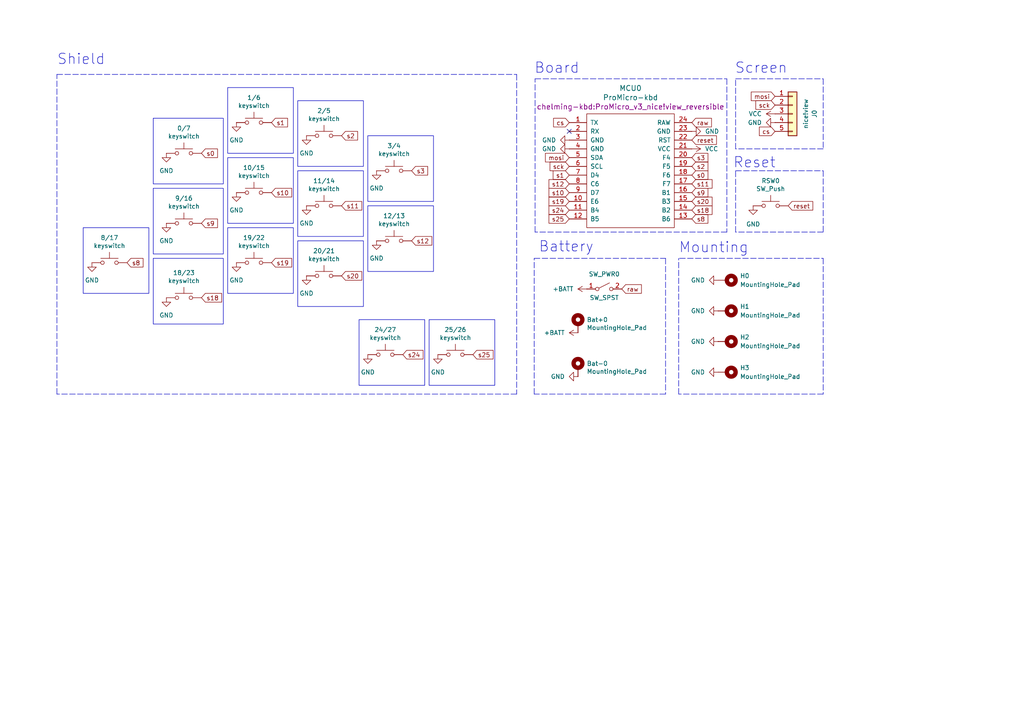
<source format=kicad_sch>
(kicad_sch
	(version 20231120)
	(generator "eeschema")
	(generator_version "8.0")
	(uuid "5bb59338-b7ae-4586-a4ee-509f5d9bc483")
	(paper "A4")
	(lib_symbols
		(symbol "Connector_Generic:Conn_01x05"
			(pin_names
				(offset 1.016) hide)
			(exclude_from_sim no)
			(in_bom yes)
			(on_board yes)
			(property "Reference" "J"
				(at 0 7.62 0)
				(effects
					(font
						(size 1.27 1.27)
					)
				)
			)
			(property "Value" "Conn_01x05"
				(at 0 -7.62 0)
				(effects
					(font
						(size 1.27 1.27)
					)
				)
			)
			(property "Footprint" ""
				(at 0 0 0)
				(effects
					(font
						(size 1.27 1.27)
					)
					(hide yes)
				)
			)
			(property "Datasheet" "~"
				(at 0 0 0)
				(effects
					(font
						(size 1.27 1.27)
					)
					(hide yes)
				)
			)
			(property "Description" "Generic connector, single row, 01x05, script generated (kicad-library-utils/schlib/autogen/connector/)"
				(at 0 0 0)
				(effects
					(font
						(size 1.27 1.27)
					)
					(hide yes)
				)
			)
			(property "ki_keywords" "connector"
				(at 0 0 0)
				(effects
					(font
						(size 1.27 1.27)
					)
					(hide yes)
				)
			)
			(property "ki_fp_filters" "Connector*:*_1x??_*"
				(at 0 0 0)
				(effects
					(font
						(size 1.27 1.27)
					)
					(hide yes)
				)
			)
			(symbol "Conn_01x05_1_1"
				(rectangle
					(start -1.27 -4.953)
					(end 0 -5.207)
					(stroke
						(width 0.1524)
						(type default)
					)
					(fill
						(type none)
					)
				)
				(rectangle
					(start -1.27 -2.413)
					(end 0 -2.667)
					(stroke
						(width 0.1524)
						(type default)
					)
					(fill
						(type none)
					)
				)
				(rectangle
					(start -1.27 0.127)
					(end 0 -0.127)
					(stroke
						(width 0.1524)
						(type default)
					)
					(fill
						(type none)
					)
				)
				(rectangle
					(start -1.27 2.667)
					(end 0 2.413)
					(stroke
						(width 0.1524)
						(type default)
					)
					(fill
						(type none)
					)
				)
				(rectangle
					(start -1.27 5.207)
					(end 0 4.953)
					(stroke
						(width 0.1524)
						(type default)
					)
					(fill
						(type none)
					)
				)
				(rectangle
					(start -1.27 6.35)
					(end 1.27 -6.35)
					(stroke
						(width 0.254)
						(type default)
					)
					(fill
						(type background)
					)
				)
				(pin passive line
					(at -5.08 5.08 0)
					(length 3.81)
					(name "Pin_1"
						(effects
							(font
								(size 1.27 1.27)
							)
						)
					)
					(number "1"
						(effects
							(font
								(size 1.27 1.27)
							)
						)
					)
				)
				(pin passive line
					(at -5.08 2.54 0)
					(length 3.81)
					(name "Pin_2"
						(effects
							(font
								(size 1.27 1.27)
							)
						)
					)
					(number "2"
						(effects
							(font
								(size 1.27 1.27)
							)
						)
					)
				)
				(pin passive line
					(at -5.08 0 0)
					(length 3.81)
					(name "Pin_3"
						(effects
							(font
								(size 1.27 1.27)
							)
						)
					)
					(number "3"
						(effects
							(font
								(size 1.27 1.27)
							)
						)
					)
				)
				(pin passive line
					(at -5.08 -2.54 0)
					(length 3.81)
					(name "Pin_4"
						(effects
							(font
								(size 1.27 1.27)
							)
						)
					)
					(number "4"
						(effects
							(font
								(size 1.27 1.27)
							)
						)
					)
				)
				(pin passive line
					(at -5.08 -5.08 0)
					(length 3.81)
					(name "Pin_5"
						(effects
							(font
								(size 1.27 1.27)
							)
						)
					)
					(number "5"
						(effects
							(font
								(size 1.27 1.27)
							)
						)
					)
				)
			)
		)
		(symbol "Mechanical:MountingHole_Pad"
			(pin_numbers hide)
			(pin_names
				(offset 1.016) hide)
			(exclude_from_sim no)
			(in_bom yes)
			(on_board yes)
			(property "Reference" "H"
				(at 0 6.35 0)
				(effects
					(font
						(size 1.27 1.27)
					)
				)
			)
			(property "Value" "MountingHole_Pad"
				(at 0 4.445 0)
				(effects
					(font
						(size 1.27 1.27)
					)
				)
			)
			(property "Footprint" ""
				(at 0 0 0)
				(effects
					(font
						(size 1.27 1.27)
					)
					(hide yes)
				)
			)
			(property "Datasheet" "~"
				(at 0 0 0)
				(effects
					(font
						(size 1.27 1.27)
					)
					(hide yes)
				)
			)
			(property "Description" "Mounting Hole with connection"
				(at 0 0 0)
				(effects
					(font
						(size 1.27 1.27)
					)
					(hide yes)
				)
			)
			(property "ki_keywords" "mounting hole"
				(at 0 0 0)
				(effects
					(font
						(size 1.27 1.27)
					)
					(hide yes)
				)
			)
			(property "ki_fp_filters" "MountingHole*Pad*"
				(at 0 0 0)
				(effects
					(font
						(size 1.27 1.27)
					)
					(hide yes)
				)
			)
			(symbol "MountingHole_Pad_0_1"
				(circle
					(center 0 1.27)
					(radius 1.27)
					(stroke
						(width 1.27)
						(type default)
					)
					(fill
						(type none)
					)
				)
			)
			(symbol "MountingHole_Pad_1_1"
				(pin input line
					(at 0 -2.54 90)
					(length 2.54)
					(name "1"
						(effects
							(font
								(size 1.27 1.27)
							)
						)
					)
					(number "1"
						(effects
							(font
								(size 1.27 1.27)
							)
						)
					)
				)
			)
		)
		(symbol "MountingHole_Pad_1"
			(pin_numbers hide)
			(pin_names
				(offset 1.016) hide)
			(exclude_from_sim yes)
			(in_bom no)
			(on_board yes)
			(property "Reference" "H"
				(at 0 6.35 0)
				(effects
					(font
						(size 1.27 1.27)
					)
				)
			)
			(property "Value" "MountingHole_Pad"
				(at 0 4.445 0)
				(effects
					(font
						(size 1.27 1.27)
					)
				)
			)
			(property "Footprint" ""
				(at 0 0 0)
				(effects
					(font
						(size 1.27 1.27)
					)
					(hide yes)
				)
			)
			(property "Datasheet" "~"
				(at 0 0 0)
				(effects
					(font
						(size 1.27 1.27)
					)
					(hide yes)
				)
			)
			(property "Description" "Mounting Hole with connection"
				(at 0 0 0)
				(effects
					(font
						(size 1.27 1.27)
					)
					(hide yes)
				)
			)
			(property "ki_keywords" "mounting hole"
				(at 0 0 0)
				(effects
					(font
						(size 1.27 1.27)
					)
					(hide yes)
				)
			)
			(property "ki_fp_filters" "MountingHole*Pad*"
				(at 0 0 0)
				(effects
					(font
						(size 1.27 1.27)
					)
					(hide yes)
				)
			)
			(symbol "MountingHole_Pad_1_0_1"
				(circle
					(center 0 1.27)
					(radius 1.27)
					(stroke
						(width 1.27)
						(type default)
					)
					(fill
						(type none)
					)
				)
			)
			(symbol "MountingHole_Pad_1_1_1"
				(pin input line
					(at 0 -2.54 90)
					(length 2.54)
					(name "1"
						(effects
							(font
								(size 1.27 1.27)
							)
						)
					)
					(number "1"
						(effects
							(font
								(size 1.27 1.27)
							)
						)
					)
				)
			)
		)
		(symbol "Switch:SW_Push"
			(pin_numbers hide)
			(pin_names
				(offset 1.016) hide)
			(exclude_from_sim no)
			(in_bom yes)
			(on_board yes)
			(property "Reference" "SW"
				(at 1.27 2.54 0)
				(effects
					(font
						(size 1.27 1.27)
					)
					(justify left)
				)
			)
			(property "Value" "SW_Push"
				(at 0 -1.524 0)
				(effects
					(font
						(size 1.27 1.27)
					)
				)
			)
			(property "Footprint" ""
				(at 0 5.08 0)
				(effects
					(font
						(size 1.27 1.27)
					)
					(hide yes)
				)
			)
			(property "Datasheet" "~"
				(at 0 5.08 0)
				(effects
					(font
						(size 1.27 1.27)
					)
					(hide yes)
				)
			)
			(property "Description" "Push button switch, generic, two pins"
				(at 0 0 0)
				(effects
					(font
						(size 1.27 1.27)
					)
					(hide yes)
				)
			)
			(property "ki_keywords" "switch normally-open pushbutton push-button"
				(at 0 0 0)
				(effects
					(font
						(size 1.27 1.27)
					)
					(hide yes)
				)
			)
			(symbol "SW_Push_0_1"
				(circle
					(center -2.032 0)
					(radius 0.508)
					(stroke
						(width 0)
						(type default)
					)
					(fill
						(type none)
					)
				)
				(polyline
					(pts
						(xy 0 1.27) (xy 0 3.048)
					)
					(stroke
						(width 0)
						(type default)
					)
					(fill
						(type none)
					)
				)
				(polyline
					(pts
						(xy 2.54 1.27) (xy -2.54 1.27)
					)
					(stroke
						(width 0)
						(type default)
					)
					(fill
						(type none)
					)
				)
				(circle
					(center 2.032 0)
					(radius 0.508)
					(stroke
						(width 0)
						(type default)
					)
					(fill
						(type none)
					)
				)
				(pin passive line
					(at -5.08 0 0)
					(length 2.54)
					(name "1"
						(effects
							(font
								(size 1.27 1.27)
							)
						)
					)
					(number "1"
						(effects
							(font
								(size 1.27 1.27)
							)
						)
					)
				)
				(pin passive line
					(at 5.08 0 180)
					(length 2.54)
					(name "2"
						(effects
							(font
								(size 1.27 1.27)
							)
						)
					)
					(number "2"
						(effects
							(font
								(size 1.27 1.27)
							)
						)
					)
				)
			)
		)
		(symbol "Switch:SW_SPST"
			(pin_names
				(offset 0) hide)
			(exclude_from_sim no)
			(in_bom yes)
			(on_board yes)
			(property "Reference" "SW"
				(at 0 3.175 0)
				(effects
					(font
						(size 1.27 1.27)
					)
				)
			)
			(property "Value" "SW_SPST"
				(at 0 -2.54 0)
				(effects
					(font
						(size 1.27 1.27)
					)
				)
			)
			(property "Footprint" ""
				(at 0 0 0)
				(effects
					(font
						(size 1.27 1.27)
					)
					(hide yes)
				)
			)
			(property "Datasheet" "~"
				(at 0 0 0)
				(effects
					(font
						(size 1.27 1.27)
					)
					(hide yes)
				)
			)
			(property "Description" "Single Pole Single Throw (SPST) switch"
				(at 0 0 0)
				(effects
					(font
						(size 1.27 1.27)
					)
					(hide yes)
				)
			)
			(property "ki_keywords" "switch lever"
				(at 0 0 0)
				(effects
					(font
						(size 1.27 1.27)
					)
					(hide yes)
				)
			)
			(symbol "SW_SPST_0_0"
				(circle
					(center -2.032 0)
					(radius 0.508)
					(stroke
						(width 0)
						(type default)
					)
					(fill
						(type none)
					)
				)
				(polyline
					(pts
						(xy -1.524 0.254) (xy 1.524 1.778)
					)
					(stroke
						(width 0)
						(type default)
					)
					(fill
						(type none)
					)
				)
				(circle
					(center 2.032 0)
					(radius 0.508)
					(stroke
						(width 0)
						(type default)
					)
					(fill
						(type none)
					)
				)
			)
			(symbol "SW_SPST_1_1"
				(pin passive line
					(at -5.08 0 0)
					(length 2.54)
					(name "A"
						(effects
							(font
								(size 1.27 1.27)
							)
						)
					)
					(number "1"
						(effects
							(font
								(size 1.27 1.27)
							)
						)
					)
				)
				(pin passive line
					(at 5.08 0 180)
					(length 2.54)
					(name "B"
						(effects
							(font
								(size 1.27 1.27)
							)
						)
					)
					(number "2"
						(effects
							(font
								(size 1.27 1.27)
							)
						)
					)
				)
			)
		)
		(symbol "power:+BATT"
			(power)
			(pin_numbers hide)
			(pin_names
				(offset 0) hide)
			(exclude_from_sim no)
			(in_bom yes)
			(on_board yes)
			(property "Reference" "#PWR"
				(at 0 -3.81 0)
				(effects
					(font
						(size 1.27 1.27)
					)
					(hide yes)
				)
			)
			(property "Value" "+BATT"
				(at 0 3.556 0)
				(effects
					(font
						(size 1.27 1.27)
					)
				)
			)
			(property "Footprint" ""
				(at 0 0 0)
				(effects
					(font
						(size 1.27 1.27)
					)
					(hide yes)
				)
			)
			(property "Datasheet" ""
				(at 0 0 0)
				(effects
					(font
						(size 1.27 1.27)
					)
					(hide yes)
				)
			)
			(property "Description" "Power symbol creates a global label with name \"+BATT\""
				(at 0 0 0)
				(effects
					(font
						(size 1.27 1.27)
					)
					(hide yes)
				)
			)
			(property "ki_keywords" "global power battery"
				(at 0 0 0)
				(effects
					(font
						(size 1.27 1.27)
					)
					(hide yes)
				)
			)
			(symbol "+BATT_0_1"
				(polyline
					(pts
						(xy -0.762 1.27) (xy 0 2.54)
					)
					(stroke
						(width 0)
						(type default)
					)
					(fill
						(type none)
					)
				)
				(polyline
					(pts
						(xy 0 0) (xy 0 2.54)
					)
					(stroke
						(width 0)
						(type default)
					)
					(fill
						(type none)
					)
				)
				(polyline
					(pts
						(xy 0 2.54) (xy 0.762 1.27)
					)
					(stroke
						(width 0)
						(type default)
					)
					(fill
						(type none)
					)
				)
			)
			(symbol "+BATT_1_1"
				(pin power_in line
					(at 0 0 90)
					(length 0)
					(name "~"
						(effects
							(font
								(size 1.27 1.27)
							)
						)
					)
					(number "1"
						(effects
							(font
								(size 1.27 1.27)
							)
						)
					)
				)
			)
		)
		(symbol "power:GND"
			(power)
			(pin_numbers hide)
			(pin_names
				(offset 0) hide)
			(exclude_from_sim no)
			(in_bom yes)
			(on_board yes)
			(property "Reference" "#PWR"
				(at 0 -6.35 0)
				(effects
					(font
						(size 1.27 1.27)
					)
					(hide yes)
				)
			)
			(property "Value" "GND"
				(at 0 -3.81 0)
				(effects
					(font
						(size 1.27 1.27)
					)
				)
			)
			(property "Footprint" ""
				(at 0 0 0)
				(effects
					(font
						(size 1.27 1.27)
					)
					(hide yes)
				)
			)
			(property "Datasheet" ""
				(at 0 0 0)
				(effects
					(font
						(size 1.27 1.27)
					)
					(hide yes)
				)
			)
			(property "Description" "Power symbol creates a global label with name \"GND\" , ground"
				(at 0 0 0)
				(effects
					(font
						(size 1.27 1.27)
					)
					(hide yes)
				)
			)
			(property "ki_keywords" "global power"
				(at 0 0 0)
				(effects
					(font
						(size 1.27 1.27)
					)
					(hide yes)
				)
			)
			(symbol "GND_0_1"
				(polyline
					(pts
						(xy 0 0) (xy 0 -1.27) (xy 1.27 -1.27) (xy 0 -2.54) (xy -1.27 -1.27) (xy 0 -1.27)
					)
					(stroke
						(width 0)
						(type default)
					)
					(fill
						(type none)
					)
				)
			)
			(symbol "GND_1_1"
				(pin power_in line
					(at 0 0 270)
					(length 0)
					(name "~"
						(effects
							(font
								(size 1.27 1.27)
							)
						)
					)
					(number "1"
						(effects
							(font
								(size 1.27 1.27)
							)
						)
					)
				)
			)
		)
		(symbol "power:VCC"
			(power)
			(pin_numbers hide)
			(pin_names
				(offset 0) hide)
			(exclude_from_sim no)
			(in_bom yes)
			(on_board yes)
			(property "Reference" "#PWR"
				(at 0 -3.81 0)
				(effects
					(font
						(size 1.27 1.27)
					)
					(hide yes)
				)
			)
			(property "Value" "VCC"
				(at 0 3.556 0)
				(effects
					(font
						(size 1.27 1.27)
					)
				)
			)
			(property "Footprint" ""
				(at 0 0 0)
				(effects
					(font
						(size 1.27 1.27)
					)
					(hide yes)
				)
			)
			(property "Datasheet" ""
				(at 0 0 0)
				(effects
					(font
						(size 1.27 1.27)
					)
					(hide yes)
				)
			)
			(property "Description" "Power symbol creates a global label with name \"VCC\""
				(at 0 0 0)
				(effects
					(font
						(size 1.27 1.27)
					)
					(hide yes)
				)
			)
			(property "ki_keywords" "global power"
				(at 0 0 0)
				(effects
					(font
						(size 1.27 1.27)
					)
					(hide yes)
				)
			)
			(symbol "VCC_0_1"
				(polyline
					(pts
						(xy -0.762 1.27) (xy 0 2.54)
					)
					(stroke
						(width 0)
						(type default)
					)
					(fill
						(type none)
					)
				)
				(polyline
					(pts
						(xy 0 0) (xy 0 2.54)
					)
					(stroke
						(width 0)
						(type default)
					)
					(fill
						(type none)
					)
				)
				(polyline
					(pts
						(xy 0 2.54) (xy 0.762 1.27)
					)
					(stroke
						(width 0)
						(type default)
					)
					(fill
						(type none)
					)
				)
			)
			(symbol "VCC_1_1"
				(pin power_in line
					(at 0 0 90)
					(length 0)
					(name "~"
						(effects
							(font
								(size 1.27 1.27)
							)
						)
					)
					(number "1"
						(effects
							(font
								(size 1.27 1.27)
							)
						)
					)
				)
			)
		)
		(symbol "sweepv2-rescue:ProMicro-kbd-bigblackpill-34key-rescue"
			(pin_names
				(offset 1.016)
			)
			(exclude_from_sim no)
			(in_bom yes)
			(on_board yes)
			(property "Reference" "U"
				(at 0 24.13 0)
				(effects
					(font
						(size 1.524 1.524)
					)
				)
			)
			(property "Value" "ProMicro-kbd-bigblackpill-34key-rescue"
				(at 0 -13.97 0)
				(effects
					(font
						(size 1.524 1.524)
					)
				)
			)
			(property "Footprint" ""
				(at 2.54 -26.67 0)
				(effects
					(font
						(size 1.524 1.524)
					)
				)
			)
			(property "Datasheet" ""
				(at 2.54 -26.67 0)
				(effects
					(font
						(size 1.524 1.524)
					)
				)
			)
			(property "Description" ""
				(at 0 0 0)
				(effects
					(font
						(size 1.27 1.27)
					)
					(hide yes)
				)
			)
			(symbol "ProMicro-kbd-bigblackpill-34key-rescue_0_1"
				(rectangle
					(start -12.7 21.59)
					(end 12.7 -11.43)
					(stroke
						(width 0)
						(type default)
					)
					(fill
						(type none)
					)
				)
			)
			(symbol "ProMicro-kbd-bigblackpill-34key-rescue_1_1"
				(pin bidirectional line
					(at -17.78 19.05 0)
					(length 5.08)
					(name "TX"
						(effects
							(font
								(size 1.27 1.27)
							)
						)
					)
					(number "1"
						(effects
							(font
								(size 1.27 1.27)
							)
						)
					)
				)
				(pin bidirectional line
					(at -17.78 -3.81 0)
					(length 5.08)
					(name "E6"
						(effects
							(font
								(size 1.27 1.27)
							)
						)
					)
					(number "10"
						(effects
							(font
								(size 1.27 1.27)
							)
						)
					)
				)
				(pin bidirectional line
					(at -17.78 -6.35 0)
					(length 5.08)
					(name "B4"
						(effects
							(font
								(size 1.27 1.27)
							)
						)
					)
					(number "11"
						(effects
							(font
								(size 1.27 1.27)
							)
						)
					)
				)
				(pin bidirectional line
					(at -17.78 -8.89 0)
					(length 5.08)
					(name "B5"
						(effects
							(font
								(size 1.27 1.27)
							)
						)
					)
					(number "12"
						(effects
							(font
								(size 1.27 1.27)
							)
						)
					)
				)
				(pin bidirectional line
					(at 17.78 -8.89 180)
					(length 5.08)
					(name "B6"
						(effects
							(font
								(size 1.27 1.27)
							)
						)
					)
					(number "13"
						(effects
							(font
								(size 1.27 1.27)
							)
						)
					)
				)
				(pin bidirectional line
					(at 17.78 -6.35 180)
					(length 5.08)
					(name "B2"
						(effects
							(font
								(size 1.27 1.27)
							)
						)
					)
					(number "14"
						(effects
							(font
								(size 1.27 1.27)
							)
						)
					)
				)
				(pin bidirectional line
					(at 17.78 -3.81 180)
					(length 5.08)
					(name "B3"
						(effects
							(font
								(size 1.27 1.27)
							)
						)
					)
					(number "15"
						(effects
							(font
								(size 1.27 1.27)
							)
						)
					)
				)
				(pin bidirectional line
					(at 17.78 -1.27 180)
					(length 5.08)
					(name "B1"
						(effects
							(font
								(size 1.27 1.27)
							)
						)
					)
					(number "16"
						(effects
							(font
								(size 1.27 1.27)
							)
						)
					)
				)
				(pin bidirectional line
					(at 17.78 1.27 180)
					(length 5.08)
					(name "F7"
						(effects
							(font
								(size 1.27 1.27)
							)
						)
					)
					(number "17"
						(effects
							(font
								(size 1.27 1.27)
							)
						)
					)
				)
				(pin bidirectional line
					(at 17.78 3.81 180)
					(length 5.08)
					(name "F6"
						(effects
							(font
								(size 1.27 1.27)
							)
						)
					)
					(number "18"
						(effects
							(font
								(size 1.27 1.27)
							)
						)
					)
				)
				(pin bidirectional line
					(at 17.78 6.35 180)
					(length 5.08)
					(name "F5"
						(effects
							(font
								(size 1.27 1.27)
							)
						)
					)
					(number "19"
						(effects
							(font
								(size 1.27 1.27)
							)
						)
					)
				)
				(pin bidirectional line
					(at -17.78 16.51 0)
					(length 5.08)
					(name "RX"
						(effects
							(font
								(size 1.27 1.27)
							)
						)
					)
					(number "2"
						(effects
							(font
								(size 1.27 1.27)
							)
						)
					)
				)
				(pin bidirectional line
					(at 17.78 8.89 180)
					(length 5.08)
					(name "F4"
						(effects
							(font
								(size 1.27 1.27)
							)
						)
					)
					(number "20"
						(effects
							(font
								(size 1.27 1.27)
							)
						)
					)
				)
				(pin power_in line
					(at 17.78 11.43 180)
					(length 5.08)
					(name "VCC"
						(effects
							(font
								(size 1.27 1.27)
							)
						)
					)
					(number "21"
						(effects
							(font
								(size 1.27 1.27)
							)
						)
					)
				)
				(pin input line
					(at 17.78 13.97 180)
					(length 5.08)
					(name "RST"
						(effects
							(font
								(size 1.27 1.27)
							)
						)
					)
					(number "22"
						(effects
							(font
								(size 1.27 1.27)
							)
						)
					)
				)
				(pin power_in line
					(at 17.78 16.51 180)
					(length 5.08)
					(name "GND"
						(effects
							(font
								(size 1.27 1.27)
							)
						)
					)
					(number "23"
						(effects
							(font
								(size 1.27 1.27)
							)
						)
					)
				)
				(pin power_out line
					(at 17.78 19.05 180)
					(length 5.08)
					(name "RAW"
						(effects
							(font
								(size 1.27 1.27)
							)
						)
					)
					(number "24"
						(effects
							(font
								(size 1.27 1.27)
							)
						)
					)
				)
				(pin power_in line
					(at -17.78 13.97 0)
					(length 5.08)
					(name "GND"
						(effects
							(font
								(size 1.27 1.27)
							)
						)
					)
					(number "3"
						(effects
							(font
								(size 1.27 1.27)
							)
						)
					)
				)
				(pin power_in line
					(at -17.78 11.43 0)
					(length 5.08)
					(name "GND"
						(effects
							(font
								(size 1.27 1.27)
							)
						)
					)
					(number "4"
						(effects
							(font
								(size 1.27 1.27)
							)
						)
					)
				)
				(pin bidirectional line
					(at -17.78 8.89 0)
					(length 5.08)
					(name "SDA"
						(effects
							(font
								(size 1.27 1.27)
							)
						)
					)
					(number "5"
						(effects
							(font
								(size 1.27 1.27)
							)
						)
					)
				)
				(pin bidirectional line
					(at -17.78 6.35 0)
					(length 5.08)
					(name "SCL"
						(effects
							(font
								(size 1.27 1.27)
							)
						)
					)
					(number "6"
						(effects
							(font
								(size 1.27 1.27)
							)
						)
					)
				)
				(pin bidirectional line
					(at -17.78 3.81 0)
					(length 5.08)
					(name "D4"
						(effects
							(font
								(size 1.27 1.27)
							)
						)
					)
					(number "7"
						(effects
							(font
								(size 1.27 1.27)
							)
						)
					)
				)
				(pin bidirectional line
					(at -17.78 1.27 0)
					(length 5.08)
					(name "C6"
						(effects
							(font
								(size 1.27 1.27)
							)
						)
					)
					(number "8"
						(effects
							(font
								(size 1.27 1.27)
							)
						)
					)
				)
				(pin bidirectional line
					(at -17.78 -1.27 0)
					(length 5.08)
					(name "D7"
						(effects
							(font
								(size 1.27 1.27)
							)
						)
					)
					(number "9"
						(effects
							(font
								(size 1.27 1.27)
							)
						)
					)
				)
			)
		)
	)
	(no_connect
		(at 165.1 38.1)
		(uuid "11d5132c-2ec3-4b09-bd19-822ad16201ea")
	)
	(polyline
		(pts
			(xy 213.36 43.18) (xy 213.36 22.86)
		)
		(stroke
			(width 0)
			(type dash)
		)
		(uuid "0a88b169-5656-4210-8ccf-9db734e86ec3")
	)
	(polyline
		(pts
			(xy 197.104 74.93) (xy 238.76 74.93)
		)
		(stroke
			(width 0)
			(type dash)
		)
		(uuid "0c0db667-df06-401c-8c48-fd013e575a2d")
	)
	(polyline
		(pts
			(xy 210.82 67.31) (xy 155.194 67.31)
		)
		(stroke
			(width 0)
			(type dash)
		)
		(uuid "1fbba63e-1f15-4221-b2ce-faa488d7aa5b")
	)
	(polyline
		(pts
			(xy 238.76 22.86) (xy 238.76 43.18)
		)
		(stroke
			(width 0)
			(type dash)
		)
		(uuid "2735f9eb-9122-46d7-b2ee-08493b933b0e")
	)
	(polyline
		(pts
			(xy 213.36 67.31) (xy 213.36 49.53)
		)
		(stroke
			(width 0)
			(type dash)
		)
		(uuid "2c01ebfa-404d-4e6c-9fa0-6e687392261e")
	)
	(polyline
		(pts
			(xy 238.76 114.3) (xy 196.85 114.3)
		)
		(stroke
			(width 0)
			(type dash)
		)
		(uuid "34da0a2a-f9cb-4586-844c-cc51c09b1731")
	)
	(polyline
		(pts
			(xy 16.51 21.59) (xy 149.86 21.59)
		)
		(stroke
			(width 0)
			(type dash)
		)
		(uuid "413ac883-cee5-4c8f-bdfe-6255ebbb4239")
	)
	(polyline
		(pts
			(xy 238.76 67.31) (xy 213.36 67.31)
		)
		(stroke
			(width 0)
			(type dash)
		)
		(uuid "607ff6c5-67fa-402b-b95f-84ff58c93924")
	)
	(polyline
		(pts
			(xy 238.76 43.18) (xy 213.36 43.18)
		)
		(stroke
			(width 0)
			(type dash)
		)
		(uuid "7824c52a-6d0a-427a-b10f-11daca2f2cd6")
	)
	(polyline
		(pts
			(xy 213.36 49.53) (xy 238.76 49.53)
		)
		(stroke
			(width 0)
			(type dash)
		)
		(uuid "7d96156e-cdd3-4f24-80c6-2192aabcf1d7")
	)
	(polyline
		(pts
			(xy 210.82 22.86) (xy 210.82 67.31)
		)
		(stroke
			(width 0)
			(type dash)
		)
		(uuid "8f7437f9-e6a9-4f96-9c2c-ff7f4e284ab9")
	)
	(polyline
		(pts
			(xy 154.94 114.3) (xy 154.94 74.93)
		)
		(stroke
			(width 0)
			(type dash)
		)
		(uuid "9fd65153-c0c2-4d0f-bdd9-d0381e71f031")
	)
	(polyline
		(pts
			(xy 16.51 114.3) (xy 16.51 21.59)
		)
		(stroke
			(width 0)
			(type dash)
		)
		(uuid "a38b9e33-732f-4ca5-bfba-fb38f7bd3caa")
	)
	(polyline
		(pts
			(xy 213.36 22.86) (xy 238.76 22.86)
		)
		(stroke
			(width 0)
			(type dash)
		)
		(uuid "a4525564-e069-4489-babb-6936c7ec2817")
	)
	(polyline
		(pts
			(xy 238.76 74.93) (xy 238.76 114.3)
		)
		(stroke
			(width 0)
			(type dash)
		)
		(uuid "a5e83b35-9bd0-4197-a8ef-9682080267ec")
	)
	(polyline
		(pts
			(xy 193.04 114.3) (xy 154.94 114.3)
		)
		(stroke
			(width 0)
			(type dash)
		)
		(uuid "aac2545f-257f-4ce7-ade9-fac2eaf6a85e")
	)
	(polyline
		(pts
			(xy 155.194 22.86) (xy 210.82 22.86)
		)
		(stroke
			(width 0)
			(type dash)
		)
		(uuid "ba0f8856-e77c-43e9-991f-1709dbf0619d")
	)
	(polyline
		(pts
			(xy 149.86 114.3) (xy 16.51 114.3)
		)
		(stroke
			(width 0)
			(type dash)
		)
		(uuid "bcb0ff49-c7a6-4a39-9039-c642877f680e")
	)
	(polyline
		(pts
			(xy 193.04 74.93) (xy 193.04 114.3)
		)
		(stroke
			(width 0)
			(type dash)
		)
		(uuid "c4491ce0-959d-4f75-8eea-871b75b3cc02")
	)
	(polyline
		(pts
			(xy 238.76 49.53) (xy 238.76 67.31)
		)
		(stroke
			(width 0)
			(type dash)
		)
		(uuid "ce6955d0-0398-4239-904e-6291b22ead20")
	)
	(polyline
		(pts
			(xy 149.86 21.59) (xy 149.86 114.3)
		)
		(stroke
			(width 0)
			(type dash)
		)
		(uuid "d95aab85-20f1-43ae-85a1-aacddc3f382a")
	)
	(polyline
		(pts
			(xy 155.194 67.31) (xy 155.194 22.86)
		)
		(stroke
			(width 0)
			(type dash)
		)
		(uuid "df6a1e7b-59d9-4ad2-a572-8d1386839d6a")
	)
	(polyline
		(pts
			(xy 196.85 114.3) (xy 196.85 74.93)
		)
		(stroke
			(width 0)
			(type dash)
		)
		(uuid "e8917f7c-bac0-48b3-bbf1-dc7e0767b639")
	)
	(polyline
		(pts
			(xy 154.94 74.93) (xy 193.04 74.93)
		)
		(stroke
			(width 0)
			(type dash)
		)
		(uuid "ef871ff2-db33-4354-a964-fe9b71b0ca16")
	)
	(rectangle
		(start 104.14 92.71)
		(end 123.19 111.76)
		(stroke
			(width 0)
			(type default)
		)
		(fill
			(type none)
		)
		(uuid 0157fb76-9187-4559-babd-824eb854df21)
	)
	(rectangle
		(start 86.36 49.53)
		(end 105.41 68.58)
		(stroke
			(width 0)
			(type default)
		)
		(fill
			(type none)
		)
		(uuid 06319cd9-c908-4acb-980c-bf89fe12ede7)
	)
	(rectangle
		(start 66.04 25.4)
		(end 85.09 44.45)
		(stroke
			(width 0)
			(type default)
		)
		(fill
			(type none)
		)
		(uuid 26638b9e-8ab8-4c83-9224-851ef071eda9)
	)
	(rectangle
		(start 106.68 59.69)
		(end 125.73 78.74)
		(stroke
			(width 0)
			(type default)
		)
		(fill
			(type none)
		)
		(uuid 3a4a7c5f-c8f1-474d-a56e-aa14fa1d2734)
	)
	(rectangle
		(start 44.45 54.61)
		(end 64.77 73.66)
		(stroke
			(width 0)
			(type default)
		)
		(fill
			(type none)
		)
		(uuid 3ca6c386-5ac9-4f6a-b15f-51aaaba9f0c8)
	)
	(rectangle
		(start 66.04 45.72)
		(end 85.09 64.77)
		(stroke
			(width 0)
			(type default)
		)
		(fill
			(type none)
		)
		(uuid 45bf2d57-bfe4-436c-b32c-631b198b8f2d)
	)
	(rectangle
		(start 86.36 29.21)
		(end 105.41 48.26)
		(stroke
			(width 0)
			(type default)
		)
		(fill
			(type none)
		)
		(uuid 4dc24d9d-a382-4332-b733-5aaa2c7a68d1)
	)
	(rectangle
		(start 24.13 66.04)
		(end 43.18 85.09)
		(stroke
			(width 0)
			(type default)
		)
		(fill
			(type none)
		)
		(uuid 58c4f6d8-f9d7-4f95-9f58-3f3bf63b1ef5)
	)
	(rectangle
		(start 106.68 39.37)
		(end 125.73 58.42)
		(stroke
			(width 0)
			(type default)
		)
		(fill
			(type none)
		)
		(uuid 64bb1932-d6d5-4f1b-a9ac-9550cb3fd8c0)
	)
	(rectangle
		(start 124.46 92.71)
		(end 143.51 111.76)
		(stroke
			(width 0)
			(type default)
		)
		(fill
			(type none)
		)
		(uuid 7ad385d4-8460-4eb7-98f6-38f64274643a)
	)
	(rectangle
		(start 66.04 66.04)
		(end 85.09 85.09)
		(stroke
			(width 0)
			(type default)
		)
		(fill
			(type none)
		)
		(uuid d109bf23-ce2b-41d6-8826-8cee725f9456)
	)
	(rectangle
		(start 44.45 34.29)
		(end 64.77 53.34)
		(stroke
			(width 0)
			(type default)
		)
		(fill
			(type none)
		)
		(uuid e769118f-4fb1-4985-a1fc-cbe2a30e054e)
	)
	(rectangle
		(start 44.45 74.93)
		(end 64.77 93.98)
		(stroke
			(width 0)
			(type default)
		)
		(fill
			(type none)
		)
		(uuid ef98877e-c00f-46a4-abd0-081711f6acda)
	)
	(rectangle
		(start 86.36 69.85)
		(end 105.41 88.9)
		(stroke
			(width 0)
			(type default)
		)
		(fill
			(type none)
		)
		(uuid ff99df71-3eaa-4bfa-8f97-a958e30b9f81)
	)
	(text "Battery"
		(exclude_from_sim no)
		(at 156.21 73.406 0)
		(effects
			(font
				(size 2.9972 2.9972)
			)
			(justify left bottom)
		)
		(uuid "16262d7f-ccce-455d-a780-993663ae78c5")
	)
	(text "Screen"
		(exclude_from_sim no)
		(at 213.106 21.59 0)
		(effects
			(font
				(size 2.9972 2.9972)
			)
			(justify left bottom)
		)
		(uuid "a2301c49-3637-4e46-a86b-3a57670c58f1")
	)
	(text "Mounting\n"
		(exclude_from_sim no)
		(at 196.85 73.66 0)
		(effects
			(font
				(size 2.9972 2.9972)
			)
			(justify left bottom)
		)
		(uuid "a5c9d413-ce17-453f-ab11-b43135093e40")
	)
	(text "Reset"
		(exclude_from_sim no)
		(at 212.598 49.022 0)
		(effects
			(font
				(size 2.9972 2.9972)
			)
			(justify left bottom)
		)
		(uuid "a8d95101-0fa4-4dc7-88d4-f9b0f28a911d")
	)
	(text "Shield"
		(exclude_from_sim no)
		(at 16.51 19.05 0)
		(effects
			(font
				(size 2.9972 2.9972)
			)
			(justify left bottom)
		)
		(uuid "de55b796-9b4f-4d0a-a690-7acfdf6d18eb")
	)
	(text "Board"
		(exclude_from_sim no)
		(at 154.94 21.59 0)
		(effects
			(font
				(size 2.9972 2.9972)
			)
			(justify left bottom)
		)
		(uuid "f81eff82-bafb-42db-964b-65e602332a70")
	)
	(global_label "reset"
		(shape input)
		(at 228.6 59.69 0)
		(fields_autoplaced yes)
		(effects
			(font
				(size 1.27 1.27)
			)
			(justify left)
		)
		(uuid "03f54f55-d304-4c73-8528-9531538a97b9")
		(property "Intersheetrefs" "${INTERSHEET_REFS}"
			(at 101.6 20.32 0)
			(effects
				(font
					(size 1.27 1.27)
				)
				(hide yes)
			)
		)
	)
	(global_label "s8"
		(shape input)
		(at 200.66 63.5 0)
		(fields_autoplaced yes)
		(effects
			(font
				(size 1.27 1.27)
			)
			(justify left)
		)
		(uuid "091f9252-f6cd-4d54-be25-166a7aedf6f4")
		(property "Intersheetrefs" "${INTERSHEET_REFS}"
			(at 205.8828 63.5 0)
			(effects
				(font
					(size 1.27 1.27)
				)
				(justify left)
				(hide yes)
			)
		)
	)
	(global_label "s1"
		(shape input)
		(at 78.74 35.56 0)
		(fields_autoplaced yes)
		(effects
			(font
				(size 1.27 1.27)
			)
			(justify left)
		)
		(uuid "0976d355-e5d6-483f-9af2-7a9323e44079")
		(property "Intersheetrefs" "${INTERSHEET_REFS}"
			(at 83.3086 35.56 0)
			(effects
				(font
					(size 1.27 1.27)
				)
				(justify left)
				(hide yes)
			)
		)
	)
	(global_label "sck"
		(shape input)
		(at 165.1 48.26 180)
		(fields_autoplaced yes)
		(effects
			(font
				(size 1.27 1.27)
			)
			(justify right)
		)
		(uuid "18857ca7-a0dd-49fa-b80c-9e953183f1d9")
		(property "Intersheetrefs" "${INTERSHEET_REFS}"
			(at 158.97 48.26 0)
			(effects
				(font
					(size 1.27 1.27)
				)
				(justify right)
				(hide yes)
			)
		)
	)
	(global_label "s11"
		(shape input)
		(at 99.06 59.69 0)
		(fields_autoplaced yes)
		(effects
			(font
				(size 1.27 1.27)
			)
			(justify left)
		)
		(uuid "1a96e0cf-9e97-4f64-b08d-0e2b5f4008a7")
		(property "Intersheetrefs" "${INTERSHEET_REFS}"
			(at 105.4923 59.69 0)
			(effects
				(font
					(size 1.27 1.27)
				)
				(justify left)
				(hide yes)
			)
		)
	)
	(global_label "s18"
		(shape input)
		(at 58.42 86.36 0)
		(fields_autoplaced yes)
		(effects
			(font
				(size 1.27 1.27)
			)
			(justify left)
		)
		(uuid "1ab41012-c565-4511-bcf4-e0f7b75e231a")
		(property "Intersheetrefs" "${INTERSHEET_REFS}"
			(at 64.8523 86.36 0)
			(effects
				(font
					(size 1.27 1.27)
				)
				(justify left)
				(hide yes)
			)
		)
	)
	(global_label "s24"
		(shape input)
		(at 116.84 102.87 0)
		(fields_autoplaced yes)
		(effects
			(font
				(size 1.27 1.27)
			)
			(justify left)
		)
		(uuid "1dbf28ed-7dbf-476d-83df-fc175eac4fb3")
		(property "Intersheetrefs" "${INTERSHEET_REFS}"
			(at 123.2723 102.87 0)
			(effects
				(font
					(size 1.27 1.27)
				)
				(justify left)
				(hide yes)
			)
		)
	)
	(global_label "s19"
		(shape input)
		(at 78.74 76.2 0)
		(fields_autoplaced yes)
		(effects
			(font
				(size 1.27 1.27)
			)
			(justify left)
		)
		(uuid "2ecdc35a-ad5c-4e0c-939b-5f53ff93fcf2")
		(property "Intersheetrefs" "${INTERSHEET_REFS}"
			(at 85.1723 76.2 0)
			(effects
				(font
					(size 1.27 1.27)
				)
				(justify left)
				(hide yes)
			)
		)
	)
	(global_label "s0"
		(shape input)
		(at 200.66 50.8 0)
		(fields_autoplaced yes)
		(effects
			(font
				(size 1.27 1.27)
			)
			(justify left)
		)
		(uuid "3b4ce56a-f24c-41b9-8b8e-f19a891e24da")
		(property "Intersheetrefs" "${INTERSHEET_REFS}"
			(at 205.8828 50.8 0)
			(effects
				(font
					(size 1.27 1.27)
				)
				(justify left)
				(hide yes)
			)
		)
	)
	(global_label "s10"
		(shape input)
		(at 78.74 55.88 0)
		(fields_autoplaced yes)
		(effects
			(font
				(size 1.27 1.27)
			)
			(justify left)
		)
		(uuid "3d2afcef-c835-42ae-adf3-43c8ae69cd30")
		(property "Intersheetrefs" "${INTERSHEET_REFS}"
			(at 85.1723 55.88 0)
			(effects
				(font
					(size 1.27 1.27)
				)
				(justify left)
				(hide yes)
			)
		)
	)
	(global_label "s10"
		(shape input)
		(at 165.1 55.88 180)
		(fields_autoplaced yes)
		(effects
			(font
				(size 1.27 1.27)
			)
			(justify right)
		)
		(uuid "55983ec7-7671-459f-94ad-4392a7e1bc83")
		(property "Intersheetrefs" "${INTERSHEET_REFS}"
			(at 158.6677 55.88 0)
			(effects
				(font
					(size 1.27 1.27)
				)
				(justify right)
				(hide yes)
			)
		)
	)
	(global_label "raw"
		(shape input)
		(at 200.66 35.56 0)
		(fields_autoplaced yes)
		(effects
			(font
				(size 1.27 1.27)
			)
			(justify left)
		)
		(uuid "5b4c6db5-2725-4667-a45f-9abb0de867a7")
		(property "Intersheetrefs" "${INTERSHEET_REFS}"
			(at 206.2567 35.56 0)
			(effects
				(font
					(size 1.27 1.27)
				)
				(justify left)
				(hide yes)
			)
		)
	)
	(global_label "raw"
		(shape input)
		(at 180.34 83.82 0)
		(fields_autoplaced yes)
		(effects
			(font
				(size 1.27 1.27)
			)
			(justify left)
		)
		(uuid "5e988342-b50b-4041-b9ce-50515eb0df9a")
		(property "Intersheetrefs" "${INTERSHEET_REFS}"
			(at 186.5909 83.82 0)
			(effects
				(font
					(size 1.27 1.27)
				)
				(justify left)
				(hide yes)
			)
		)
	)
	(global_label "s20"
		(shape input)
		(at 200.66 58.42 0)
		(fields_autoplaced yes)
		(effects
			(font
				(size 1.27 1.27)
			)
			(justify left)
		)
		(uuid "689df5b8-2a67-473c-a2c0-0d5955731d14")
		(property "Intersheetrefs" "${INTERSHEET_REFS}"
			(at 207.0923 58.42 0)
			(effects
				(font
					(size 1.27 1.27)
				)
				(justify left)
				(hide yes)
			)
		)
	)
	(global_label "s19"
		(shape input)
		(at 165.1 58.42 180)
		(fields_autoplaced yes)
		(effects
			(font
				(size 1.27 1.27)
			)
			(justify right)
		)
		(uuid "705b0cca-e88c-4857-a043-49143b401149")
		(property "Intersheetrefs" "${INTERSHEET_REFS}"
			(at 158.6677 58.42 0)
			(effects
				(font
					(size 1.27 1.27)
				)
				(justify right)
				(hide yes)
			)
		)
	)
	(global_label "s9"
		(shape input)
		(at 58.42 64.77 0)
		(fields_autoplaced yes)
		(effects
			(font
				(size 1.27 1.27)
			)
			(justify left)
		)
		(uuid "73cd8e59-1bea-4b0a-b0b8-592279c0a5b3")
		(property "Intersheetrefs" "${INTERSHEET_REFS}"
			(at 63.6428 64.77 0)
			(effects
				(font
					(size 1.27 1.27)
				)
				(justify left)
				(hide yes)
			)
		)
	)
	(global_label "s2"
		(shape input)
		(at 99.06 39.37 0)
		(fields_autoplaced yes)
		(effects
			(font
				(size 1.27 1.27)
			)
			(justify left)
		)
		(uuid "7bb1747d-1a14-43f3-a057-e945326452ae")
		(property "Intersheetrefs" "${INTERSHEET_REFS}"
			(at 103.6286 39.37 0)
			(effects
				(font
					(size 1.27 1.27)
				)
				(justify left)
				(hide yes)
			)
		)
	)
	(global_label "s12"
		(shape input)
		(at 165.1 53.34 180)
		(fields_autoplaced yes)
		(effects
			(font
				(size 1.27 1.27)
			)
			(justify right)
		)
		(uuid "7c3cabea-92f5-423c-966e-72de88366e42")
		(property "Intersheetrefs" "${INTERSHEET_REFS}"
			(at 158.6677 53.34 0)
			(effects
				(font
					(size 1.27 1.27)
				)
				(justify right)
				(hide yes)
			)
		)
	)
	(global_label "s24"
		(shape input)
		(at 165.1 60.96 180)
		(fields_autoplaced yes)
		(effects
			(font
				(size 1.27 1.27)
			)
			(justify right)
		)
		(uuid "804bcdbc-8d02-4a4d-9654-0d57685bd952")
		(property "Intersheetrefs" "${INTERSHEET_REFS}"
			(at 158.6677 60.96 0)
			(effects
				(font
					(size 1.27 1.27)
				)
				(justify right)
				(hide yes)
			)
		)
	)
	(global_label "s8"
		(shape input)
		(at 36.83 76.2 0)
		(fields_autoplaced yes)
		(effects
			(font
				(size 1.27 1.27)
			)
			(justify left)
		)
		(uuid "8854c2a5-e5e0-470a-8423-778c61d2bd10")
		(property "Intersheetrefs" "${INTERSHEET_REFS}"
			(at 42.0528 76.2 0)
			(effects
				(font
					(size 1.27 1.27)
				)
				(justify left)
				(hide yes)
			)
		)
	)
	(global_label "cs"
		(shape input)
		(at 165.1 35.56 180)
		(fields_autoplaced yes)
		(effects
			(font
				(size 1.27 1.27)
			)
			(justify right)
		)
		(uuid "8a78231a-1131-4fc0-897e-975ab441f420")
		(property "Intersheetrefs" "${INTERSHEET_REFS}"
			(at 159.9981 35.56 0)
			(effects
				(font
					(size 1.27 1.27)
				)
				(justify right)
				(hide yes)
			)
		)
	)
	(global_label "s11"
		(shape input)
		(at 200.66 53.34 0)
		(fields_autoplaced yes)
		(effects
			(font
				(size 1.27 1.27)
			)
			(justify left)
		)
		(uuid "9071768f-deca-4aea-8cc6-24341f94914f")
		(property "Intersheetrefs" "${INTERSHEET_REFS}"
			(at 207.0923 53.34 0)
			(effects
				(font
					(size 1.27 1.27)
				)
				(justify left)
				(hide yes)
			)
		)
	)
	(global_label "s20"
		(shape input)
		(at 99.06 80.01 0)
		(fields_autoplaced yes)
		(effects
			(font
				(size 1.27 1.27)
			)
			(justify left)
		)
		(uuid "955288bb-75c0-4d15-a954-aa3c41d5e2b6")
		(property "Intersheetrefs" "${INTERSHEET_REFS}"
			(at 105.4923 80.01 0)
			(effects
				(font
					(size 1.27 1.27)
				)
				(justify left)
				(hide yes)
			)
		)
	)
	(global_label "mosi"
		(shape input)
		(at 224.79 27.94 180)
		(fields_autoplaced yes)
		(effects
			(font
				(size 1.27 1.27)
			)
			(justify right)
		)
		(uuid "9dfbb7d2-9b4f-4060-8ee3-9d471444430b")
		(property "Intersheetrefs" "${INTERSHEET_REFS}"
			(at 217.3296 27.94 0)
			(effects
				(font
					(size 1.27 1.27)
				)
				(justify right)
				(hide yes)
			)
		)
	)
	(global_label "s25"
		(shape input)
		(at 137.16 102.87 0)
		(fields_autoplaced yes)
		(effects
			(font
				(size 1.27 1.27)
			)
			(justify left)
		)
		(uuid "9f64f88a-a6ba-4d82-adde-50fd6481e294")
		(property "Intersheetrefs" "${INTERSHEET_REFS}"
			(at 143.5923 102.87 0)
			(effects
				(font
					(size 1.27 1.27)
				)
				(justify left)
				(hide yes)
			)
		)
	)
	(global_label "s25"
		(shape input)
		(at 165.1 63.5 180)
		(fields_autoplaced yes)
		(effects
			(font
				(size 1.27 1.27)
			)
			(justify right)
		)
		(uuid "aaa2d4f2-c885-4adb-87a3-d110da798076")
		(property "Intersheetrefs" "${INTERSHEET_REFS}"
			(at 158.6677 63.5 0)
			(effects
				(font
					(size 1.27 1.27)
				)
				(justify right)
				(hide yes)
			)
		)
	)
	(global_label "mosi"
		(shape input)
		(at 165.1 45.72 180)
		(fields_autoplaced yes)
		(effects
			(font
				(size 1.27 1.27)
			)
			(justify right)
		)
		(uuid "ad1fa58c-eb6e-4799-974e-144c2ea06f9f")
		(property "Intersheetrefs" "${INTERSHEET_REFS}"
			(at 157.6396 45.72 0)
			(effects
				(font
					(size 1.27 1.27)
				)
				(justify right)
				(hide yes)
			)
		)
	)
	(global_label "s12"
		(shape input)
		(at 119.38 69.85 0)
		(fields_autoplaced yes)
		(effects
			(font
				(size 1.27 1.27)
			)
			(justify left)
		)
		(uuid "b4ba8606-2b9f-4de5-9209-2eb13bd95c2d")
		(property "Intersheetrefs" "${INTERSHEET_REFS}"
			(at 125.8123 69.85 0)
			(effects
				(font
					(size 1.27 1.27)
				)
				(justify left)
				(hide yes)
			)
		)
	)
	(global_label "s3"
		(shape input)
		(at 119.38 49.53 0)
		(fields_autoplaced yes)
		(effects
			(font
				(size 1.27 1.27)
			)
			(justify left)
		)
		(uuid "bd513e82-5fb3-449e-be72-98a67fb93cec")
		(property "Intersheetrefs" "${INTERSHEET_REFS}"
			(at 123.9486 49.53 0)
			(effects
				(font
					(size 1.27 1.27)
				)
				(justify left)
				(hide yes)
			)
		)
	)
	(global_label "reset"
		(shape input)
		(at 200.66 40.64 0)
		(fields_autoplaced yes)
		(effects
			(font
				(size 1.27 1.27)
			)
			(justify left)
		)
		(uuid "c0c1b819-7218-400d-abef-78d4185a9305")
		(property "Intersheetrefs" "${INTERSHEET_REFS}"
			(at 207.7082 40.64 0)
			(effects
				(font
					(size 1.27 1.27)
				)
				(justify left)
				(hide yes)
			)
		)
	)
	(global_label "sck"
		(shape input)
		(at 224.79 30.48 180)
		(fields_autoplaced yes)
		(effects
			(font
				(size 1.27 1.27)
			)
			(justify right)
		)
		(uuid "cd069596-a8ed-4acd-a0f2-a42e201e29d2")
		(property "Intersheetrefs" "${INTERSHEET_REFS}"
			(at 218.66 30.48 0)
			(effects
				(font
					(size 1.27 1.27)
				)
				(justify right)
				(hide yes)
			)
		)
	)
	(global_label "s18"
		(shape input)
		(at 200.66 60.96 0)
		(fields_autoplaced yes)
		(effects
			(font
				(size 1.27 1.27)
			)
			(justify left)
		)
		(uuid "d6b1f11e-6f76-425d-b63d-c295720f59a0")
		(property "Intersheetrefs" "${INTERSHEET_REFS}"
			(at 207.0923 60.96 0)
			(effects
				(font
					(size 1.27 1.27)
				)
				(justify left)
				(hide yes)
			)
		)
	)
	(global_label "s3"
		(shape input)
		(at 200.66 45.72 0)
		(fields_autoplaced yes)
		(effects
			(font
				(size 1.27 1.27)
			)
			(justify left)
		)
		(uuid "d95ab1df-e2e9-4fca-88c2-133508ee0f08")
		(property "Intersheetrefs" "${INTERSHEET_REFS}"
			(at 205.8828 45.72 0)
			(effects
				(font
					(size 1.27 1.27)
				)
				(justify left)
				(hide yes)
			)
		)
	)
	(global_label "s2"
		(shape input)
		(at 200.66 48.26 0)
		(fields_autoplaced yes)
		(effects
			(font
				(size 1.27 1.27)
			)
			(justify left)
		)
		(uuid "dbecb393-c4ff-4382-88db-a0dc918ac9b3")
		(property "Intersheetrefs" "${INTERSHEET_REFS}"
			(at 205.8828 48.26 0)
			(effects
				(font
					(size 1.27 1.27)
				)
				(justify left)
				(hide yes)
			)
		)
	)
	(global_label "s1"
		(shape input)
		(at 165.1 50.8 180)
		(fields_autoplaced yes)
		(effects
			(font
				(size 1.27 1.27)
			)
			(justify right)
		)
		(uuid "ee19e97d-1f46-42ab-b03d-eab105e21712")
		(property "Intersheetrefs" "${INTERSHEET_REFS}"
			(at 159.8772 50.8 0)
			(effects
				(font
					(size 1.27 1.27)
				)
				(justify right)
				(hide yes)
			)
		)
	)
	(global_label "cs"
		(shape input)
		(at 224.79 38.1 180)
		(fields_autoplaced yes)
		(effects
			(font
				(size 1.27 1.27)
			)
			(justify right)
		)
		(uuid "f6922c91-a6c8-4ca4-9a9c-5495af71392d")
		(property "Intersheetrefs" "${INTERSHEET_REFS}"
			(at 219.6881 38.1 0)
			(effects
				(font
					(size 1.27 1.27)
				)
				(justify right)
				(hide yes)
			)
		)
	)
	(global_label "s9"
		(shape input)
		(at 200.66 55.88 0)
		(fields_autoplaced yes)
		(effects
			(font
				(size 1.27 1.27)
			)
			(justify left)
		)
		(uuid "f77a84ba-90ba-4877-a994-cdde02dd32e4")
		(property "Intersheetrefs" "${INTERSHEET_REFS}"
			(at 205.8828 55.88 0)
			(effects
				(font
					(size 1.27 1.27)
				)
				(justify left)
				(hide yes)
			)
		)
	)
	(global_label "s0"
		(shape input)
		(at 58.42 44.45 0)
		(fields_autoplaced yes)
		(effects
			(font
				(size 1.27 1.27)
			)
			(justify left)
		)
		(uuid "f8f89b29-909f-48bc-85ba-bf7c2862215e")
		(property "Intersheetrefs" "${INTERSHEET_REFS}"
			(at 62.9886 44.45 0)
			(effects
				(font
					(size 1.27 1.27)
				)
				(justify left)
				(hide yes)
			)
		)
	)
	(symbol
		(lib_id "power:GND")
		(at 200.66 38.1 90)
		(unit 1)
		(exclude_from_sim no)
		(in_bom yes)
		(on_board yes)
		(dnp no)
		(fields_autoplaced yes)
		(uuid "0544a465-9577-4ebb-84c6-302d4ca9b563")
		(property "Reference" "#PWR04"
			(at 207.01 38.1 0)
			(effects
				(font
					(size 1.27 1.27)
				)
				(hide yes)
			)
		)
		(property "Value" "GND"
			(at 204.47 38.0999 90)
			(effects
				(font
					(size 1.27 1.27)
				)
				(justify right)
			)
		)
		(property "Footprint" ""
			(at 200.66 38.1 0)
			(effects
				(font
					(size 1.27 1.27)
				)
				(hide yes)
			)
		)
		(property "Datasheet" ""
			(at 200.66 38.1 0)
			(effects
				(font
					(size 1.27 1.27)
				)
				(hide yes)
			)
		)
		(property "Description" "Power symbol creates a global label with name \"GND\" , ground"
			(at 200.66 38.1 0)
			(effects
				(font
					(size 1.27 1.27)
				)
				(hide yes)
			)
		)
		(pin "1"
			(uuid "1c556327-b5d5-4a39-b3f8-8ac0a0f6de75")
		)
		(instances
			(project ""
				(path "/5bb59338-b7ae-4586-a4ee-509f5d9bc483"
					(reference "#PWR04")
					(unit 1)
				)
			)
		)
	)
	(symbol
		(lib_id "power:GND")
		(at 68.58 55.88 0)
		(unit 1)
		(exclude_from_sim no)
		(in_bom yes)
		(on_board yes)
		(dnp no)
		(fields_autoplaced yes)
		(uuid "0ae0d10d-bed2-4cd1-9dbf-3234741836e6")
		(property "Reference" "#PWR018"
			(at 68.58 62.23 0)
			(effects
				(font
					(size 1.27 1.27)
				)
				(hide yes)
			)
		)
		(property "Value" "GND"
			(at 68.58 60.96 0)
			(effects
				(font
					(size 1.27 1.27)
				)
			)
		)
		(property "Footprint" ""
			(at 68.58 55.88 0)
			(effects
				(font
					(size 1.27 1.27)
				)
				(hide yes)
			)
		)
		(property "Datasheet" ""
			(at 68.58 55.88 0)
			(effects
				(font
					(size 1.27 1.27)
				)
				(hide yes)
			)
		)
		(property "Description" "Power symbol creates a global label with name \"GND\" , ground"
			(at 68.58 55.88 0)
			(effects
				(font
					(size 1.27 1.27)
				)
				(hide yes)
			)
		)
		(pin "1"
			(uuid "ea367cd3-9edc-4f28-9de5-7c4899569f3e")
		)
		(instances
			(project ""
				(path "/5bb59338-b7ae-4586-a4ee-509f5d9bc483"
					(reference "#PWR018")
					(unit 1)
				)
			)
		)
	)
	(symbol
		(lib_id "Switch:SW_Push")
		(at 73.66 35.56 0)
		(unit 1)
		(exclude_from_sim no)
		(in_bom yes)
		(on_board yes)
		(dnp no)
		(uuid "123a67df-9813-4ef3-aee5-8b898c90edc2")
		(property "Reference" "1/8"
			(at 73.66 28.321 0)
			(effects
				(font
					(size 1.27 1.27)
				)
			)
		)
		(property "Value" "keyswitch"
			(at 73.66 30.6324 0)
			(effects
				(font
					(size 1.27 1.27)
				)
			)
		)
		(property "Footprint" "chelming-kbd:choc_v1_hotswap_reversible"
			(at 73.66 30.48 0)
			(effects
				(font
					(size 1.27 1.27)
				)
				(hide yes)
			)
		)
		(property "Datasheet" "~"
			(at 73.66 30.48 0)
			(effects
				(font
					(size 1.27 1.27)
				)
				(hide yes)
			)
		)
		(property "Description" ""
			(at 73.66 35.56 0)
			(effects
				(font
					(size 1.27 1.27)
				)
				(hide yes)
			)
		)
		(pin "1"
			(uuid "771e7dae-753e-4d12-b210-c58fe5edeee0")
		)
		(pin "2"
			(uuid "6e977736-1d57-46a5-9dbd-e858891d3c2d")
		)
		(instances
			(project "reversiblepurringcat"
				(path "/4e66a44f-7fa6-4e16-bf9b-62ec864301a5"
					(reference "1/8")
					(unit 1)
				)
			)
			(project ""
				(path "/5bb59338-b7ae-4586-a4ee-509f5d9bc483"
					(reference "1/6")
					(unit 1)
				)
			)
		)
	)
	(symbol
		(lib_id "Switch:SW_Push")
		(at 114.3 69.85 0)
		(unit 1)
		(exclude_from_sim no)
		(in_bom yes)
		(on_board yes)
		(dnp no)
		(uuid "188b9846-5a0d-472d-ad60-12e4052fc8c2")
		(property "Reference" "14/15"
			(at 114.3 62.611 0)
			(effects
				(font
					(size 1.27 1.27)
				)
			)
		)
		(property "Value" "keyswitch"
			(at 114.3 64.9224 0)
			(effects
				(font
					(size 1.27 1.27)
				)
			)
		)
		(property "Footprint" "chelming-kbd:choc_v1_hotswap_reversible"
			(at 114.3 64.77 0)
			(effects
				(font
					(size 1.27 1.27)
				)
				(hide yes)
			)
		)
		(property "Datasheet" "~"
			(at 114.3 64.77 0)
			(effects
				(font
					(size 1.27 1.27)
				)
				(hide yes)
			)
		)
		(property "Description" ""
			(at 114.3 69.85 0)
			(effects
				(font
					(size 1.27 1.27)
				)
				(hide yes)
			)
		)
		(pin "1"
			(uuid "caf13fe9-c8e3-4783-8a77-1a25c9bf0871")
		)
		(pin "2"
			(uuid "ec9f8f2f-cc8c-4c58-b560-19f85d545d19")
		)
		(instances
			(project "reversiblepurringcat"
				(path "/4e66a44f-7fa6-4e16-bf9b-62ec864301a5"
					(reference "14/15")
					(unit 1)
				)
			)
			(project ""
				(path "/5bb59338-b7ae-4586-a4ee-509f5d9bc483"
					(reference "12/13")
					(unit 1)
				)
			)
		)
	)
	(symbol
		(lib_id "Switch:SW_Push")
		(at 93.98 59.69 0)
		(unit 1)
		(exclude_from_sim no)
		(in_bom yes)
		(on_board yes)
		(dnp no)
		(uuid "1dd93ab8-ef51-45fd-b788-c3f6d6339764")
		(property "Reference" "13/16"
			(at 93.98 52.451 0)
			(effects
				(font
					(size 1.27 1.27)
				)
			)
		)
		(property "Value" "keyswitch"
			(at 93.98 54.7624 0)
			(effects
				(font
					(size 1.27 1.27)
				)
			)
		)
		(property "Footprint" "chelming-kbd:choc_v1_hotswap_reversible"
			(at 93.98 54.61 0)
			(effects
				(font
					(size 1.27 1.27)
				)
				(hide yes)
			)
		)
		(property "Datasheet" "~"
			(at 93.98 54.61 0)
			(effects
				(font
					(size 1.27 1.27)
				)
				(hide yes)
			)
		)
		(property "Description" ""
			(at 93.98 59.69 0)
			(effects
				(font
					(size 1.27 1.27)
				)
				(hide yes)
			)
		)
		(pin "1"
			(uuid "f6acea6e-8124-45ac-8dcc-027521988343")
		)
		(pin "2"
			(uuid "50554f14-2139-4795-9590-f8857168f6a5")
		)
		(instances
			(project "reversiblepurringcat"
				(path "/4e66a44f-7fa6-4e16-bf9b-62ec864301a5"
					(reference "13/16")
					(unit 1)
				)
			)
			(project ""
				(path "/5bb59338-b7ae-4586-a4ee-509f5d9bc483"
					(reference "11/14")
					(unit 1)
				)
			)
		)
	)
	(symbol
		(lib_id "power:GND")
		(at 127 102.87 0)
		(unit 1)
		(exclude_from_sim no)
		(in_bom yes)
		(on_board yes)
		(dnp no)
		(fields_autoplaced yes)
		(uuid "2417515d-fbdc-4ba8-85b7-6dada549a38f")
		(property "Reference" "#PWR025"
			(at 127 109.22 0)
			(effects
				(font
					(size 1.27 1.27)
				)
				(hide yes)
			)
		)
		(property "Value" "GND"
			(at 127 107.95 0)
			(effects
				(font
					(size 1.27 1.27)
				)
			)
		)
		(property "Footprint" ""
			(at 127 102.87 0)
			(effects
				(font
					(size 1.27 1.27)
				)
				(hide yes)
			)
		)
		(property "Datasheet" ""
			(at 127 102.87 0)
			(effects
				(font
					(size 1.27 1.27)
				)
				(hide yes)
			)
		)
		(property "Description" "Power symbol creates a global label with name \"GND\" , ground"
			(at 127 102.87 0)
			(effects
				(font
					(size 1.27 1.27)
				)
				(hide yes)
			)
		)
		(pin "1"
			(uuid "366c77f0-d9e6-471e-8eef-4797c30ad50d")
		)
		(instances
			(project ""
				(path "/5bb59338-b7ae-4586-a4ee-509f5d9bc483"
					(reference "#PWR025")
					(unit 1)
				)
			)
		)
	)
	(symbol
		(lib_id "Switch:SW_SPST")
		(at 175.26 83.82 0)
		(unit 1)
		(exclude_from_sim no)
		(in_bom yes)
		(on_board yes)
		(dnp no)
		(uuid "290e730e-11b8-4701-b82e-cf54d6dd1c7f")
		(property "Reference" "SW_PWR0"
			(at 175.26 79.502 0)
			(effects
				(font
					(size 1.27 1.27)
				)
			)
		)
		(property "Value" "SW_SPST"
			(at 175.26 86.36 0)
			(effects
				(font
					(size 1.27 1.27)
				)
			)
		)
		(property "Footprint" "chelming-kbd:SW_SPDT_PCM12_REVERSIBLE"
			(at 175.26 83.82 0)
			(effects
				(font
					(size 1.27 1.27)
				)
				(hide yes)
			)
		)
		(property "Datasheet" "~"
			(at 175.26 83.82 0)
			(effects
				(font
					(size 1.27 1.27)
				)
				(hide yes)
			)
		)
		(property "Description" "Single Pole Single Throw (SPST) switch"
			(at 175.26 83.82 0)
			(effects
				(font
					(size 1.27 1.27)
				)
				(hide yes)
			)
		)
		(pin "1"
			(uuid "1bb34265-ca99-4fff-a81f-6cf68c4d902b")
		)
		(pin "2"
			(uuid "87e3f3b4-3d65-4bce-af13-23a716132bbb")
		)
		(instances
			(project "reversiblepurringcat"
				(path "/4e66a44f-7fa6-4e16-bf9b-62ec864301a5"
					(reference "SW_PWR0")
					(unit 1)
				)
			)
			(project ""
				(path "/5bb59338-b7ae-4586-a4ee-509f5d9bc483"
					(reference "SW_PWR0")
					(unit 1)
				)
			)
		)
	)
	(symbol
		(lib_id "power:+BATT")
		(at 167.64 96.52 90)
		(unit 1)
		(exclude_from_sim no)
		(in_bom yes)
		(on_board yes)
		(dnp no)
		(fields_autoplaced yes)
		(uuid "2a5e673a-eef7-4e11-9aef-42a48fbbd301")
		(property "Reference" "#PWR028"
			(at 171.45 96.52 0)
			(effects
				(font
					(size 1.27 1.27)
				)
				(hide yes)
			)
		)
		(property "Value" "+BATT"
			(at 163.83 96.5199 90)
			(effects
				(font
					(size 1.27 1.27)
				)
				(justify left)
			)
		)
		(property "Footprint" ""
			(at 167.64 96.52 0)
			(effects
				(font
					(size 1.27 1.27)
				)
				(hide yes)
			)
		)
		(property "Datasheet" ""
			(at 167.64 96.52 0)
			(effects
				(font
					(size 1.27 1.27)
				)
				(hide yes)
			)
		)
		(property "Description" "Power symbol creates a global label with name \"+BATT\""
			(at 167.64 96.52 0)
			(effects
				(font
					(size 1.27 1.27)
				)
				(hide yes)
			)
		)
		(pin "1"
			(uuid "05329009-aa8c-44ab-8709-574375f80457")
		)
		(instances
			(project ""
				(path "/5bb59338-b7ae-4586-a4ee-509f5d9bc483"
					(reference "#PWR028")
					(unit 1)
				)
			)
		)
	)
	(symbol
		(lib_id "Switch:SW_Push")
		(at 73.66 55.88 0)
		(unit 1)
		(exclude_from_sim no)
		(in_bom yes)
		(on_board yes)
		(dnp no)
		(uuid "2ddaf8f2-551b-4cd5-a0d2-7939398d2c9e")
		(property "Reference" "12/17"
			(at 73.66 48.641 0)
			(effects
				(font
					(size 1.27 1.27)
				)
			)
		)
		(property "Value" "keyswitch"
			(at 73.66 50.9524 0)
			(effects
				(font
					(size 1.27 1.27)
				)
			)
		)
		(property "Footprint" "chelming-kbd:choc_v1_hotswap_reversible"
			(at 73.66 50.8 0)
			(effects
				(font
					(size 1.27 1.27)
				)
				(hide yes)
			)
		)
		(property "Datasheet" "~"
			(at 73.66 50.8 0)
			(effects
				(font
					(size 1.27 1.27)
				)
				(hide yes)
			)
		)
		(property "Description" ""
			(at 73.66 55.88 0)
			(effects
				(font
					(size 1.27 1.27)
				)
				(hide yes)
			)
		)
		(pin "1"
			(uuid "e520c39c-4d9e-40b3-ac2f-d5f89a2e8ce9")
		)
		(pin "2"
			(uuid "d0d6df68-e3a4-4b0e-bf25-9a25e6136733")
		)
		(instances
			(project "reversiblepurringcat"
				(path "/4e66a44f-7fa6-4e16-bf9b-62ec864301a5"
					(reference "12/17")
					(unit 1)
				)
			)
			(project ""
				(path "/5bb59338-b7ae-4586-a4ee-509f5d9bc483"
					(reference "10/15")
					(unit 1)
				)
			)
		)
	)
	(symbol
		(lib_name "MountingHole_Pad_1")
		(lib_id "Mechanical:MountingHole_Pad")
		(at 210.82 99.06 270)
		(unit 1)
		(exclude_from_sim yes)
		(in_bom no)
		(on_board yes)
		(dnp no)
		(fields_autoplaced yes)
		(uuid "32ae7e58-e6f0-40b3-b1b0-7d6878205c63")
		(property "Reference" "H2"
			(at 214.63 97.7899 90)
			(effects
				(font
					(size 1.27 1.27)
				)
				(justify left)
			)
		)
		(property "Value" "MountingHole_Pad"
			(at 214.63 100.3299 90)
			(effects
				(font
					(size 1.27 1.27)
				)
				(justify left)
			)
		)
		(property "Footprint" "MountingHole:MountingHole_2.2mm_M2_Pad_Via"
			(at 210.82 99.06 0)
			(effects
				(font
					(size 1.27 1.27)
				)
				(hide yes)
			)
		)
		(property "Datasheet" "~"
			(at 210.82 99.06 0)
			(effects
				(font
					(size 1.27 1.27)
				)
				(hide yes)
			)
		)
		(property "Description" "Mounting Hole with connection"
			(at 210.82 99.06 0)
			(effects
				(font
					(size 1.27 1.27)
				)
				(hide yes)
			)
		)
		(pin "1"
			(uuid "a9077c34-c61f-4358-8ac4-7c1bfab96df2")
		)
		(instances
			(project "reversiblepurringcat"
				(path "/4e66a44f-7fa6-4e16-bf9b-62ec864301a5"
					(reference "H2")
					(unit 1)
				)
			)
		)
	)
	(symbol
		(lib_id "power:GND")
		(at 165.1 40.64 270)
		(unit 1)
		(exclude_from_sim no)
		(in_bom yes)
		(on_board yes)
		(dnp no)
		(fields_autoplaced yes)
		(uuid "428135cf-0c9d-43ac-ae8a-448497f4daa0")
		(property "Reference" "#PWR02"
			(at 158.75 40.64 0)
			(effects
				(font
					(size 1.27 1.27)
				)
				(hide yes)
			)
		)
		(property "Value" "GND"
			(at 161.29 40.6399 90)
			(effects
				(font
					(size 1.27 1.27)
				)
				(justify right)
			)
		)
		(property "Footprint" ""
			(at 165.1 40.64 0)
			(effects
				(font
					(size 1.27 1.27)
				)
				(hide yes)
			)
		)
		(property "Datasheet" ""
			(at 165.1 40.64 0)
			(effects
				(font
					(size 1.27 1.27)
				)
				(hide yes)
			)
		)
		(property "Description" "Power symbol creates a global label with name \"GND\" , ground"
			(at 165.1 40.64 0)
			(effects
				(font
					(size 1.27 1.27)
				)
				(hide yes)
			)
		)
		(pin "1"
			(uuid "929b17b1-0e76-4445-94f7-e46917769d95")
		)
		(instances
			(project ""
				(path "/5bb59338-b7ae-4586-a4ee-509f5d9bc483"
					(reference "#PWR02")
					(unit 1)
				)
			)
		)
	)
	(symbol
		(lib_name "MountingHole_Pad_1")
		(lib_id "Mechanical:MountingHole_Pad")
		(at 210.82 107.95 270)
		(unit 1)
		(exclude_from_sim yes)
		(in_bom no)
		(on_board yes)
		(dnp no)
		(fields_autoplaced yes)
		(uuid "43bfd121-0faa-4c7e-99fb-cf16f35eb52f")
		(property "Reference" "H3"
			(at 214.63 106.6799 90)
			(effects
				(font
					(size 1.27 1.27)
				)
				(justify left)
			)
		)
		(property "Value" "MountingHole_Pad"
			(at 214.63 109.2199 90)
			(effects
				(font
					(size 1.27 1.27)
				)
				(justify left)
			)
		)
		(property "Footprint" "MountingHole:MountingHole_2.2mm_M2_Pad_Via"
			(at 210.82 107.95 0)
			(effects
				(font
					(size 1.27 1.27)
				)
				(hide yes)
			)
		)
		(property "Datasheet" "~"
			(at 210.82 107.95 0)
			(effects
				(font
					(size 1.27 1.27)
				)
				(hide yes)
			)
		)
		(property "Description" "Mounting Hole with connection"
			(at 210.82 107.95 0)
			(effects
				(font
					(size 1.27 1.27)
				)
				(hide yes)
			)
		)
		(pin "1"
			(uuid "26b1b7a9-465b-4ffd-964b-5a6224a88f24")
		)
		(instances
			(project "reversiblepurringcat"
				(path "/4e66a44f-7fa6-4e16-bf9b-62ec864301a5"
					(reference "H3")
					(unit 1)
				)
			)
		)
	)
	(symbol
		(lib_id "Switch:SW_Push")
		(at 111.76 102.87 0)
		(unit 1)
		(exclude_from_sim no)
		(in_bom yes)
		(on_board yes)
		(dnp no)
		(uuid "4528a10d-4502-43c6-a0f0-fdc9b0d8a84a")
		(property "Reference" "26/29"
			(at 111.76 95.631 0)
			(effects
				(font
					(size 1.27 1.27)
				)
			)
		)
		(property "Value" "keyswitch"
			(at 111.76 97.9424 0)
			(effects
				(font
					(size 1.27 1.27)
				)
			)
		)
		(property "Footprint" "chelming-kbd:choc_v1_hotswap_reversible"
			(at 111.76 97.79 0)
			(effects
				(font
					(size 1.27 1.27)
				)
				(hide yes)
			)
		)
		(property "Datasheet" "~"
			(at 111.76 97.79 0)
			(effects
				(font
					(size 1.27 1.27)
				)
				(hide yes)
			)
		)
		(property "Description" ""
			(at 111.76 102.87 0)
			(effects
				(font
					(size 1.27 1.27)
				)
				(hide yes)
			)
		)
		(pin "1"
			(uuid "48ae0b29-ab4f-4630-a1ad-e82c72d3cf23")
		)
		(pin "2"
			(uuid "22e2a58e-9597-4db4-972d-33b49751aab5")
		)
		(instances
			(project "reversiblepurringcat"
				(path "/4e66a44f-7fa6-4e16-bf9b-62ec864301a5"
					(reference "26/29")
					(unit 1)
				)
			)
			(project ""
				(path "/5bb59338-b7ae-4586-a4ee-509f5d9bc483"
					(reference "24/27")
					(unit 1)
				)
			)
		)
	)
	(symbol
		(lib_id "power:GND")
		(at 68.58 76.2 0)
		(unit 1)
		(exclude_from_sim no)
		(in_bom yes)
		(on_board yes)
		(dnp no)
		(fields_autoplaced yes)
		(uuid "4763f57b-13f2-4d14-8cda-0650f7cd86ba")
		(property "Reference" "#PWR022"
			(at 68.58 82.55 0)
			(effects
				(font
					(size 1.27 1.27)
				)
				(hide yes)
			)
		)
		(property "Value" "GND"
			(at 68.58 81.28 0)
			(effects
				(font
					(size 1.27 1.27)
				)
			)
		)
		(property "Footprint" ""
			(at 68.58 76.2 0)
			(effects
				(font
					(size 1.27 1.27)
				)
				(hide yes)
			)
		)
		(property "Datasheet" ""
			(at 68.58 76.2 0)
			(effects
				(font
					(size 1.27 1.27)
				)
				(hide yes)
			)
		)
		(property "Description" "Power symbol creates a global label with name \"GND\" , ground"
			(at 68.58 76.2 0)
			(effects
				(font
					(size 1.27 1.27)
				)
				(hide yes)
			)
		)
		(pin "1"
			(uuid "3c94d31f-4cec-4107-a41c-2d7fefcc5c25")
		)
		(instances
			(project ""
				(path "/5bb59338-b7ae-4586-a4ee-509f5d9bc483"
					(reference "#PWR022")
					(unit 1)
				)
			)
		)
	)
	(symbol
		(lib_id "Switch:SW_Push")
		(at 93.98 80.01 0)
		(unit 1)
		(exclude_from_sim no)
		(in_bom yes)
		(on_board yes)
		(dnp no)
		(uuid "486f04be-71ad-42fe-89b7-943276069fd9")
		(property "Reference" "22/23"
			(at 93.98 72.771 0)
			(effects
				(font
					(size 1.27 1.27)
				)
			)
		)
		(property "Value" "keyswitch"
			(at 93.98 75.0824 0)
			(effects
				(font
					(size 1.27 1.27)
				)
			)
		)
		(property "Footprint" "chelming-kbd:choc_v1_hotswap_reversible"
			(at 93.98 74.93 0)
			(effects
				(font
					(size 1.27 1.27)
				)
				(hide yes)
			)
		)
		(property "Datasheet" "~"
			(at 93.98 74.93 0)
			(effects
				(font
					(size 1.27 1.27)
				)
				(hide yes)
			)
		)
		(property "Description" ""
			(at 93.98 80.01 0)
			(effects
				(font
					(size 1.27 1.27)
				)
				(hide yes)
			)
		)
		(pin "1"
			(uuid "3e9bf2e7-ad12-4194-ab71-9f80d5c9bc31")
		)
		(pin "2"
			(uuid "35aa35e5-9ba3-4103-9202-2fd7d693004c")
		)
		(instances
			(project "reversiblepurringcat"
				(path "/4e66a44f-7fa6-4e16-bf9b-62ec864301a5"
					(reference "22/23")
					(unit 1)
				)
			)
			(project ""
				(path "/5bb59338-b7ae-4586-a4ee-509f5d9bc483"
					(reference "20/21")
					(unit 1)
				)
			)
		)
	)
	(symbol
		(lib_id "power:GND")
		(at 88.9 39.37 0)
		(unit 1)
		(exclude_from_sim no)
		(in_bom yes)
		(on_board yes)
		(dnp no)
		(fields_autoplaced yes)
		(uuid "49e5c64a-1925-4154-b7db-be7835b10fae")
		(property "Reference" "#PWR014"
			(at 88.9 45.72 0)
			(effects
				(font
					(size 1.27 1.27)
				)
				(hide yes)
			)
		)
		(property "Value" "GND"
			(at 88.9 44.45 0)
			(effects
				(font
					(size 1.27 1.27)
				)
			)
		)
		(property "Footprint" ""
			(at 88.9 39.37 0)
			(effects
				(font
					(size 1.27 1.27)
				)
				(hide yes)
			)
		)
		(property "Datasheet" ""
			(at 88.9 39.37 0)
			(effects
				(font
					(size 1.27 1.27)
				)
				(hide yes)
			)
		)
		(property "Description" "Power symbol creates a global label with name \"GND\" , ground"
			(at 88.9 39.37 0)
			(effects
				(font
					(size 1.27 1.27)
				)
				(hide yes)
			)
		)
		(pin "1"
			(uuid "ab176139-1bff-4154-9a3a-1f9ccc111f8c")
		)
		(instances
			(project ""
				(path "/5bb59338-b7ae-4586-a4ee-509f5d9bc483"
					(reference "#PWR014")
					(unit 1)
				)
			)
		)
	)
	(symbol
		(lib_id "power:GND")
		(at 48.26 64.77 0)
		(unit 1)
		(exclude_from_sim no)
		(in_bom yes)
		(on_board yes)
		(dnp no)
		(fields_autoplaced yes)
		(uuid "4a5ac4e7-fd11-498b-ba5f-adbc3bdd6b6a")
		(property "Reference" "#PWR017"
			(at 48.26 71.12 0)
			(effects
				(font
					(size 1.27 1.27)
				)
				(hide yes)
			)
		)
		(property "Value" "GND"
			(at 48.26 69.85 0)
			(effects
				(font
					(size 1.27 1.27)
				)
			)
		)
		(property "Footprint" ""
			(at 48.26 64.77 0)
			(effects
				(font
					(size 1.27 1.27)
				)
				(hide yes)
			)
		)
		(property "Datasheet" ""
			(at 48.26 64.77 0)
			(effects
				(font
					(size 1.27 1.27)
				)
				(hide yes)
			)
		)
		(property "Description" "Power symbol creates a global label with name \"GND\" , ground"
			(at 48.26 64.77 0)
			(effects
				(font
					(size 1.27 1.27)
				)
				(hide yes)
			)
		)
		(pin "1"
			(uuid "0be10e08-5cf8-44dd-a553-6950438a454e")
		)
		(instances
			(project ""
				(path "/5bb59338-b7ae-4586-a4ee-509f5d9bc483"
					(reference "#PWR017")
					(unit 1)
				)
			)
		)
	)
	(symbol
		(lib_id "Switch:SW_Push")
		(at 223.52 59.69 0)
		(unit 1)
		(exclude_from_sim no)
		(in_bom yes)
		(on_board yes)
		(dnp no)
		(uuid "4a9f8596-fc5c-43f7-a6ef-a6777126dfaf")
		(property "Reference" "RSW0"
			(at 223.52 52.451 0)
			(effects
				(font
					(size 1.27 1.27)
				)
			)
		)
		(property "Value" "SW_Push"
			(at 223.52 54.7624 0)
			(effects
				(font
					(size 1.27 1.27)
				)
			)
		)
		(property "Footprint" "kbd:ResetSW"
			(at 223.52 54.61 0)
			(effects
				(font
					(size 1.27 1.27)
				)
				(hide yes)
			)
		)
		(property "Datasheet" "~"
			(at 223.52 54.61 0)
			(effects
				(font
					(size 1.27 1.27)
				)
				(hide yes)
			)
		)
		(property "Description" ""
			(at 223.52 59.69 0)
			(effects
				(font
					(size 1.27 1.27)
				)
				(hide yes)
			)
		)
		(pin "1"
			(uuid "8d09577d-4b64-46c5-bfbc-2d21fe52bf0b")
		)
		(pin "2"
			(uuid "47ca8ac2-d1e1-4531-9835-44d2a2e5acb9")
		)
		(instances
			(project "reversiblepurringcat"
				(path "/4e66a44f-7fa6-4e16-bf9b-62ec864301a5"
					(reference "RSW0")
					(unit 1)
				)
			)
		)
	)
	(symbol
		(lib_id "sweepv2-rescue:ProMicro-kbd-bigblackpill-34key-rescue")
		(at 182.88 54.61 0)
		(unit 1)
		(exclude_from_sim no)
		(in_bom yes)
		(on_board yes)
		(dnp no)
		(uuid "55e4ee90-6034-4cba-ba57-17ae6355baea")
		(property "Reference" "U0"
			(at 182.88 25.5778 0)
			(effects
				(font
					(size 1.524 1.524)
				)
			)
		)
		(property "Value" "ProMicro-kbd"
			(at 182.88 28.2702 0)
			(effects
				(font
					(size 1.524 1.524)
				)
			)
		)
		(property "Footprint" "chelming-kbd:ProMicro_v3_nice!view_reversible"
			(at 182.88 30.9626 0)
			(effects
				(font
					(size 1.524 1.524)
				)
			)
		)
		(property "Datasheet" ""
			(at 185.42 81.28 0)
			(effects
				(font
					(size 1.524 1.524)
				)
			)
		)
		(property "Description" ""
			(at 182.88 54.61 0)
			(effects
				(font
					(size 1.27 1.27)
				)
				(hide yes)
			)
		)
		(pin "1"
			(uuid "4eb60186-0a27-4c1d-a4cb-96b582787b46")
		)
		(pin "10"
			(uuid "4d809ddc-bd00-4d0f-9137-a1988d3aee51")
		)
		(pin "11"
			(uuid "3c2b34e6-2f5e-48c3-86c6-3d305ec58ab6")
		)
		(pin "12"
			(uuid "5d406b61-b279-4992-8488-83095c1e418e")
		)
		(pin "13"
			(uuid "a7d73ecc-d2bd-44be-8e23-4196616a5836")
		)
		(pin "14"
			(uuid "a27e0370-4f0a-4b30-bc55-25911ddfb3cd")
		)
		(pin "15"
			(uuid "15cec445-bee1-4d0a-bcf3-9d09e459382c")
		)
		(pin "16"
			(uuid "dc544512-f90e-4588-a5a5-21d8bd2c8600")
		)
		(pin "17"
			(uuid "d25f2c60-364c-4884-9ccd-0b41557386a5")
		)
		(pin "18"
			(uuid "80fe660c-8187-43a8-94e2-4c34295eebf3")
		)
		(pin "19"
			(uuid "52357bcf-d385-4d3f-9a3e-3348ad091098")
		)
		(pin "2"
			(uuid "eb1d3d47-82af-4da6-a913-42f4600d8ecb")
		)
		(pin "20"
			(uuid "f373bfd3-7a42-4d7d-857b-55f7585b8407")
		)
		(pin "21"
			(uuid "8b5000c1-180b-4ebd-9ca2-59658f5eb88e")
		)
		(pin "22"
			(uuid "4fec574e-21bc-478a-9c11-accf8cb21201")
		)
		(pin "23"
			(uuid "101f407a-7f5b-4706-8edb-ba8e763daac7")
		)
		(pin "24"
			(uuid "cc8fb982-7eef-4bc2-b8c6-e97bbe967886")
		)
		(pin "3"
			(uuid "fea90d49-b732-42f7-abf1-bb3309e39cd6")
		)
		(pin "4"
			(uuid "2e5eac24-f8c6-4095-9f68-cebf1bfab16c")
		)
		(pin "5"
			(uuid "b8487fcf-4f84-4ad4-b15b-b6083aa2d661")
		)
		(pin "6"
			(uuid "2dc05b9c-f49f-4e24-9b38-b21cbbd080ac")
		)
		(pin "7"
			(uuid "ea46eb05-2af9-410f-816d-c557f10b4a0e")
		)
		(pin "8"
			(uuid "6d7e8e81-27d8-4079-a70c-30dee25b8b8d")
		)
		(pin "9"
			(uuid "a109e596-9474-42f4-8cc3-d0e80cbd9172")
		)
		(instances
			(project "reversiblepurringcat"
				(path "/4e66a44f-7fa6-4e16-bf9b-62ec864301a5"
					(reference "U0")
					(unit 1)
				)
			)
			(project ""
				(path "/5bb59338-b7ae-4586-a4ee-509f5d9bc483"
					(reference "MCU0")
					(unit 1)
				)
			)
		)
	)
	(symbol
		(lib_id "Connector_Generic:Conn_01x05")
		(at 229.87 33.02 0)
		(unit 1)
		(exclude_from_sim no)
		(in_bom yes)
		(on_board yes)
		(dnp no)
		(fields_autoplaced yes)
		(uuid "5d67a75b-f491-4454-a49b-45822148d9e6")
		(property "Reference" "J0"
			(at 236.22 33.02 90)
			(effects
				(font
					(size 1.27 1.27)
				)
			)
		)
		(property "Value" "nice!view"
			(at 233.68 33.02 90)
			(effects
				(font
					(size 1.27 1.27)
				)
			)
		)
		(property "Footprint" "chelming-kbd:nice-view_reversible"
			(at 229.87 33.02 0)
			(effects
				(font
					(size 1.27 1.27)
				)
				(hide yes)
			)
		)
		(property "Datasheet" "~"
			(at 229.87 33.02 0)
			(effects
				(font
					(size 1.27 1.27)
				)
				(hide yes)
			)
		)
		(property "Description" ""
			(at 229.87 33.02 0)
			(effects
				(font
					(size 1.27 1.27)
				)
				(hide yes)
			)
		)
		(pin "1"
			(uuid "ffb82a82-1ae3-41d9-8526-b7e8bf973b4a")
		)
		(pin "2"
			(uuid "1e056ee9-33ab-45d4-a17e-e48614163987")
		)
		(pin "3"
			(uuid "c4e809cb-5244-4c2c-a9ba-ed4523cd4c9b")
		)
		(pin "4"
			(uuid "ba0ae28b-b506-46c9-9795-9e13839c5a8a")
		)
		(pin "5"
			(uuid "945ef6b7-f0f4-41be-bcf6-48f58f2422cd")
		)
		(instances
			(project "reversiblepurringcat"
				(path "/4e66a44f-7fa6-4e16-bf9b-62ec864301a5"
					(reference "J0")
					(unit 1)
				)
			)
		)
	)
	(symbol
		(lib_id "power:GND")
		(at 109.22 49.53 0)
		(unit 1)
		(exclude_from_sim no)
		(in_bom yes)
		(on_board yes)
		(dnp no)
		(fields_autoplaced yes)
		(uuid "5e7bdd74-04e8-456a-9980-74c96e61f2a4")
		(property "Reference" "#PWR015"
			(at 109.22 55.88 0)
			(effects
				(font
					(size 1.27 1.27)
				)
				(hide yes)
			)
		)
		(property "Value" "GND"
			(at 109.22 54.61 0)
			(effects
				(font
					(size 1.27 1.27)
				)
			)
		)
		(property "Footprint" ""
			(at 109.22 49.53 0)
			(effects
				(font
					(size 1.27 1.27)
				)
				(hide yes)
			)
		)
		(property "Datasheet" ""
			(at 109.22 49.53 0)
			(effects
				(font
					(size 1.27 1.27)
				)
				(hide yes)
			)
		)
		(property "Description" "Power symbol creates a global label with name \"GND\" , ground"
			(at 109.22 49.53 0)
			(effects
				(font
					(size 1.27 1.27)
				)
				(hide yes)
			)
		)
		(pin "1"
			(uuid "1bfc5a90-892e-40a2-98d5-e91cd2964c2d")
		)
		(instances
			(project ""
				(path "/5bb59338-b7ae-4586-a4ee-509f5d9bc483"
					(reference "#PWR015")
					(unit 1)
				)
			)
		)
	)
	(symbol
		(lib_id "Switch:SW_Push")
		(at 53.34 64.77 0)
		(unit 1)
		(exclude_from_sim no)
		(in_bom yes)
		(on_board yes)
		(dnp no)
		(uuid "5fc30531-fcab-4346-9ced-f088788d5a59")
		(property "Reference" "11/18"
			(at 53.34 57.531 0)
			(effects
				(font
					(size 1.27 1.27)
				)
			)
		)
		(property "Value" "keyswitch"
			(at 53.34 59.8424 0)
			(effects
				(font
					(size 1.27 1.27)
				)
			)
		)
		(property "Footprint" "chelming-kbd:choc_v1_hotswap_reversible"
			(at 53.34 59.69 0)
			(effects
				(font
					(size 1.27 1.27)
				)
				(hide yes)
			)
		)
		(property "Datasheet" "~"
			(at 53.34 59.69 0)
			(effects
				(font
					(size 1.27 1.27)
				)
				(hide yes)
			)
		)
		(property "Description" ""
			(at 53.34 64.77 0)
			(effects
				(font
					(size 1.27 1.27)
				)
				(hide yes)
			)
		)
		(pin "1"
			(uuid "7795e919-80f4-4c2f-bc6c-b59b6d65cb5f")
		)
		(pin "2"
			(uuid "1c18f8e1-c7b9-495a-8991-53513dc92690")
		)
		(instances
			(project "reversiblepurringcat"
				(path "/4e66a44f-7fa6-4e16-bf9b-62ec864301a5"
					(reference "11/18")
					(unit 1)
				)
			)
			(project ""
				(path "/5bb59338-b7ae-4586-a4ee-509f5d9bc483"
					(reference "9/16")
					(unit 1)
				)
			)
		)
	)
	(symbol
		(lib_id "power:GND")
		(at 218.44 59.69 0)
		(unit 1)
		(exclude_from_sim no)
		(in_bom yes)
		(on_board yes)
		(dnp no)
		(uuid "61e8c709-9012-44d0-981f-bee572c910aa")
		(property "Reference" "#PWR011"
			(at 218.44 66.04 0)
			(effects
				(font
					(size 1.27 1.27)
				)
				(hide yes)
			)
		)
		(property "Value" "GND"
			(at 218.44 65.024 0)
			(effects
				(font
					(size 1.27 1.27)
				)
			)
		)
		(property "Footprint" ""
			(at 218.44 59.69 0)
			(effects
				(font
					(size 1.27 1.27)
				)
				(hide yes)
			)
		)
		(property "Datasheet" ""
			(at 218.44 59.69 0)
			(effects
				(font
					(size 1.27 1.27)
				)
				(hide yes)
			)
		)
		(property "Description" "Power symbol creates a global label with name \"GND\" , ground"
			(at 218.44 59.69 0)
			(effects
				(font
					(size 1.27 1.27)
				)
				(hide yes)
			)
		)
		(pin "1"
			(uuid "4da8de7e-d4b6-4019-ac57-121d92b7ef74")
		)
		(instances
			(project ""
				(path "/5bb59338-b7ae-4586-a4ee-509f5d9bc483"
					(reference "#PWR011")
					(unit 1)
				)
			)
		)
	)
	(symbol
		(lib_id "power:VCC")
		(at 200.66 43.18 270)
		(unit 1)
		(exclude_from_sim no)
		(in_bom yes)
		(on_board yes)
		(dnp no)
		(fields_autoplaced yes)
		(uuid "637fe271-3601-488c-94d1-8fb12c41bb30")
		(property "Reference" "#PWR026"
			(at 196.85 43.18 0)
			(effects
				(font
					(size 1.27 1.27)
				)
				(hide yes)
			)
		)
		(property "Value" "VCC"
			(at 204.47 43.1799 90)
			(effects
				(font
					(size 1.27 1.27)
				)
				(justify left)
			)
		)
		(property "Footprint" ""
			(at 200.66 43.18 0)
			(effects
				(font
					(size 1.27 1.27)
				)
				(hide yes)
			)
		)
		(property "Datasheet" ""
			(at 200.66 43.18 0)
			(effects
				(font
					(size 1.27 1.27)
				)
				(hide yes)
			)
		)
		(property "Description" "Power symbol creates a global label with name \"VCC\""
			(at 200.66 43.18 0)
			(effects
				(font
					(size 1.27 1.27)
				)
				(hide yes)
			)
		)
		(pin "1"
			(uuid "b6815700-ce10-4004-9aa7-d9513645d501")
		)
		(instances
			(project ""
				(path "/5bb59338-b7ae-4586-a4ee-509f5d9bc483"
					(reference "#PWR026")
					(unit 1)
				)
			)
		)
	)
	(symbol
		(lib_id "Switch:SW_Push")
		(at 114.3 49.53 0)
		(unit 1)
		(exclude_from_sim no)
		(in_bom yes)
		(on_board yes)
		(dnp no)
		(uuid "656f3f06-a98f-4e0d-81aa-ef4181f3fb65")
		(property "Reference" "3/6"
			(at 114.3 42.291 0)
			(effects
				(font
					(size 1.27 1.27)
				)
			)
		)
		(property "Value" "keyswitch"
			(at 114.3 44.6024 0)
			(effects
				(font
					(size 1.27 1.27)
				)
			)
		)
		(property "Footprint" "chelming-kbd:choc_v1_hotswap_reversible"
			(at 114.3 44.45 0)
			(effects
				(font
					(size 1.27 1.27)
				)
				(hide yes)
			)
		)
		(property "Datasheet" "~"
			(at 114.3 44.45 0)
			(effects
				(font
					(size 1.27 1.27)
				)
				(hide yes)
			)
		)
		(property "Description" ""
			(at 114.3 49.53 0)
			(effects
				(font
					(size 1.27 1.27)
				)
				(hide yes)
			)
		)
		(pin "1"
			(uuid "7076b57b-2474-4c91-b9eb-c52eb388fe89")
		)
		(pin "2"
			(uuid "73171084-d9ed-41bb-b3ff-b9f39ea382b7")
		)
		(instances
			(project "reversiblepurringcat"
				(path "/4e66a44f-7fa6-4e16-bf9b-62ec864301a5"
					(reference "3/6")
					(unit 1)
				)
			)
			(project ""
				(path "/5bb59338-b7ae-4586-a4ee-509f5d9bc483"
					(reference "3/4")
					(unit 1)
				)
			)
		)
	)
	(symbol
		(lib_id "power:+BATT")
		(at 170.18 83.82 90)
		(unit 1)
		(exclude_from_sim no)
		(in_bom yes)
		(on_board yes)
		(dnp no)
		(fields_autoplaced yes)
		(uuid "65904533-0ff1-47ad-824f-9154338e3a6d")
		(property "Reference" "#PWR029"
			(at 173.99 83.82 0)
			(effects
				(font
					(size 1.27 1.27)
				)
				(hide yes)
			)
		)
		(property "Value" "+BATT"
			(at 166.37 83.8199 90)
			(effects
				(font
					(size 1.27 1.27)
				)
				(justify left)
			)
		)
		(property "Footprint" ""
			(at 170.18 83.82 0)
			(effects
				(font
					(size 1.27 1.27)
				)
				(hide yes)
			)
		)
		(property "Datasheet" ""
			(at 170.18 83.82 0)
			(effects
				(font
					(size 1.27 1.27)
				)
				(hide yes)
			)
		)
		(property "Description" "Power symbol creates a global label with name \"+BATT\""
			(at 170.18 83.82 0)
			(effects
				(font
					(size 1.27 1.27)
				)
				(hide yes)
			)
		)
		(pin "1"
			(uuid "4f4897ae-b82d-4ef9-88b1-6a1eb2bf863e")
		)
		(instances
			(project ""
				(path "/5bb59338-b7ae-4586-a4ee-509f5d9bc483"
					(reference "#PWR029")
					(unit 1)
				)
			)
		)
	)
	(symbol
		(lib_name "MountingHole_Pad_1")
		(lib_id "Mechanical:MountingHole_Pad")
		(at 210.82 81.28 270)
		(unit 1)
		(exclude_from_sim yes)
		(in_bom no)
		(on_board yes)
		(dnp no)
		(fields_autoplaced yes)
		(uuid "689c253f-f428-4d81-b2b8-82ade94f350e")
		(property "Reference" "H0"
			(at 214.63 80.0099 90)
			(effects
				(font
					(size 1.27 1.27)
				)
				(justify left)
			)
		)
		(property "Value" "MountingHole_Pad"
			(at 214.63 82.5499 90)
			(effects
				(font
					(size 1.27 1.27)
				)
				(justify left)
			)
		)
		(property "Footprint" "MountingHole:MountingHole_2.2mm_M2_Pad_Via"
			(at 210.82 81.28 0)
			(effects
				(font
					(size 1.27 1.27)
				)
				(hide yes)
			)
		)
		(property "Datasheet" "~"
			(at 210.82 81.28 0)
			(effects
				(font
					(size 1.27 1.27)
				)
				(hide yes)
			)
		)
		(property "Description" "Mounting Hole with connection"
			(at 210.82 81.28 0)
			(effects
				(font
					(size 1.27 1.27)
				)
				(hide yes)
			)
		)
		(pin "1"
			(uuid "eefea88e-16c4-427d-abb2-20b29653b95a")
		)
		(instances
			(project ""
				(path "/4e66a44f-7fa6-4e16-bf9b-62ec864301a5"
					(reference "H0")
					(unit 1)
				)
			)
		)
	)
	(symbol
		(lib_id "Switch:SW_Push")
		(at 53.34 86.36 0)
		(unit 1)
		(exclude_from_sim no)
		(in_bom yes)
		(on_board yes)
		(dnp no)
		(uuid "6b03d8dc-7300-4fb7-a5b2-458f15d2dfab")
		(property "Reference" "20/25"
			(at 53.34 79.121 0)
			(effects
				(font
					(size 1.27 1.27)
				)
			)
		)
		(property "Value" "keyswitch"
			(at 53.34 81.4324 0)
			(effects
				(font
					(size 1.27 1.27)
				)
			)
		)
		(property "Footprint" "chelming-kbd:choc_v1_hotswap_reversible"
			(at 53.34 81.28 0)
			(effects
				(font
					(size 1.27 1.27)
				)
				(hide yes)
			)
		)
		(property "Datasheet" "~"
			(at 53.34 81.28 0)
			(effects
				(font
					(size 1.27 1.27)
				)
				(hide yes)
			)
		)
		(property "Description" ""
			(at 53.34 86.36 0)
			(effects
				(font
					(size 1.27 1.27)
				)
				(hide yes)
			)
		)
		(pin "1"
			(uuid "dd85bbab-a72a-4168-89ee-83cce419129a")
		)
		(pin "2"
			(uuid "7bf62394-9b25-4794-b82b-021a1d430dcc")
		)
		(instances
			(project "reversiblepurringcat"
				(path "/4e66a44f-7fa6-4e16-bf9b-62ec864301a5"
					(reference "20/25")
					(unit 1)
				)
			)
			(project ""
				(path "/5bb59338-b7ae-4586-a4ee-509f5d9bc483"
					(reference "18/23")
					(unit 1)
				)
			)
		)
	)
	(symbol
		(lib_id "power:GND")
		(at 48.26 44.45 0)
		(unit 1)
		(exclude_from_sim no)
		(in_bom yes)
		(on_board yes)
		(dnp no)
		(fields_autoplaced yes)
		(uuid "72bf1381-1bd1-42c2-a609-8e78595bfef8")
		(property "Reference" "#PWR06"
			(at 48.26 50.8 0)
			(effects
				(font
					(size 1.27 1.27)
				)
				(hide yes)
			)
		)
		(property "Value" "GND"
			(at 48.26 49.53 0)
			(effects
				(font
					(size 1.27 1.27)
				)
			)
		)
		(property "Footprint" ""
			(at 48.26 44.45 0)
			(effects
				(font
					(size 1.27 1.27)
				)
				(hide yes)
			)
		)
		(property "Datasheet" ""
			(at 48.26 44.45 0)
			(effects
				(font
					(size 1.27 1.27)
				)
				(hide yes)
			)
		)
		(property "Description" "Power symbol creates a global label with name \"GND\" , ground"
			(at 48.26 44.45 0)
			(effects
				(font
					(size 1.27 1.27)
				)
				(hide yes)
			)
		)
		(pin "1"
			(uuid "f9e5fe11-f2c8-4f46-85bb-bb7d24b3f423")
		)
		(instances
			(project ""
				(path "/5bb59338-b7ae-4586-a4ee-509f5d9bc483"
					(reference "#PWR06")
					(unit 1)
				)
			)
		)
	)
	(symbol
		(lib_id "power:GND")
		(at 26.67 76.2 0)
		(unit 1)
		(exclude_from_sim no)
		(in_bom yes)
		(on_board yes)
		(dnp no)
		(fields_autoplaced yes)
		(uuid "74ead284-057c-4616-9d0c-b1e06c36f36b")
		(property "Reference" "#PWR010"
			(at 26.67 82.55 0)
			(effects
				(font
					(size 1.27 1.27)
				)
				(hide yes)
			)
		)
		(property "Value" "GND"
			(at 26.67 81.28 0)
			(effects
				(font
					(size 1.27 1.27)
				)
			)
		)
		(property "Footprint" ""
			(at 26.67 76.2 0)
			(effects
				(font
					(size 1.27 1.27)
				)
				(hide yes)
			)
		)
		(property "Datasheet" ""
			(at 26.67 76.2 0)
			(effects
				(font
					(size 1.27 1.27)
				)
				(hide yes)
			)
		)
		(property "Description" "Power symbol creates a global label with name \"GND\" , ground"
			(at 26.67 76.2 0)
			(effects
				(font
					(size 1.27 1.27)
				)
				(hide yes)
			)
		)
		(pin "1"
			(uuid "86b22c4b-3f17-4dc5-9b15-6715a743f459")
		)
		(instances
			(project "ptk"
				(path "/5bb59338-b7ae-4586-a4ee-509f5d9bc483"
					(reference "#PWR010")
					(unit 1)
				)
			)
		)
	)
	(symbol
		(lib_id "power:GND")
		(at 48.26 86.36 0)
		(unit 1)
		(exclude_from_sim no)
		(in_bom yes)
		(on_board yes)
		(dnp no)
		(fields_autoplaced yes)
		(uuid "7c0347ab-f584-4232-b580-dcb0c8d2f113")
		(property "Reference" "#PWR021"
			(at 48.26 92.71 0)
			(effects
				(font
					(size 1.27 1.27)
				)
				(hide yes)
			)
		)
		(property "Value" "GND"
			(at 48.26 91.44 0)
			(effects
				(font
					(size 1.27 1.27)
				)
			)
		)
		(property "Footprint" ""
			(at 48.26 86.36 0)
			(effects
				(font
					(size 1.27 1.27)
				)
				(hide yes)
			)
		)
		(property "Datasheet" ""
			(at 48.26 86.36 0)
			(effects
				(font
					(size 1.27 1.27)
				)
				(hide yes)
			)
		)
		(property "Description" "Power symbol creates a global label with name \"GND\" , ground"
			(at 48.26 86.36 0)
			(effects
				(font
					(size 1.27 1.27)
				)
				(hide yes)
			)
		)
		(pin "1"
			(uuid "7e288baf-70af-42b2-9144-1b78899ff273")
		)
		(instances
			(project ""
				(path "/5bb59338-b7ae-4586-a4ee-509f5d9bc483"
					(reference "#PWR021")
					(unit 1)
				)
			)
		)
	)
	(symbol
		(lib_id "power:GND")
		(at 106.68 102.87 0)
		(unit 1)
		(exclude_from_sim no)
		(in_bom yes)
		(on_board yes)
		(dnp no)
		(fields_autoplaced yes)
		(uuid "7cd11481-049c-4418-9aaa-9299744753d2")
		(property "Reference" "#PWR024"
			(at 106.68 109.22 0)
			(effects
				(font
					(size 1.27 1.27)
				)
				(hide yes)
			)
		)
		(property "Value" "GND"
			(at 106.68 107.95 0)
			(effects
				(font
					(size 1.27 1.27)
				)
			)
		)
		(property "Footprint" ""
			(at 106.68 102.87 0)
			(effects
				(font
					(size 1.27 1.27)
				)
				(hide yes)
			)
		)
		(property "Datasheet" ""
			(at 106.68 102.87 0)
			(effects
				(font
					(size 1.27 1.27)
				)
				(hide yes)
			)
		)
		(property "Description" "Power symbol creates a global label with name \"GND\" , ground"
			(at 106.68 102.87 0)
			(effects
				(font
					(size 1.27 1.27)
				)
				(hide yes)
			)
		)
		(pin "1"
			(uuid "0910fe41-0f63-4a07-989e-43264924471d")
		)
		(instances
			(project ""
				(path "/5bb59338-b7ae-4586-a4ee-509f5d9bc483"
					(reference "#PWR024")
					(unit 1)
				)
			)
		)
	)
	(symbol
		(lib_id "Mechanical:MountingHole_Pad")
		(at 167.64 106.68 0)
		(unit 1)
		(exclude_from_sim no)
		(in_bom yes)
		(on_board yes)
		(dnp no)
		(uuid "82a24524-471d-47bb-98e7-5baa7c851e4e")
		(property "Reference" "Bat-0"
			(at 170.18 105.4354 0)
			(effects
				(font
					(size 1.27 1.27)
				)
				(justify left)
			)
		)
		(property "Value" "MountingHole_Pad"
			(at 170.18 107.7468 0)
			(effects
				(font
					(size 1.27 1.27)
				)
				(justify left)
			)
		)
		(property "Footprint" "keyboard:1pin_conn"
			(at 167.64 106.68 0)
			(effects
				(font
					(size 1.27 1.27)
				)
				(hide yes)
			)
		)
		(property "Datasheet" "~"
			(at 167.64 106.68 0)
			(effects
				(font
					(size 1.27 1.27)
				)
				(hide yes)
			)
		)
		(property "Description" ""
			(at 167.64 106.68 0)
			(effects
				(font
					(size 1.27 1.27)
				)
				(hide yes)
			)
		)
		(pin "1"
			(uuid "e1c2f206-8c61-499b-bbe5-d9e8439d602e")
		)
		(instances
			(project "reversiblepurringcat"
				(path "/4e66a44f-7fa6-4e16-bf9b-62ec864301a5"
					(reference "Bat-0")
					(unit 1)
				)
			)
		)
	)
	(symbol
		(lib_id "power:GND")
		(at 165.1 43.18 270)
		(unit 1)
		(exclude_from_sim no)
		(in_bom yes)
		(on_board yes)
		(dnp no)
		(fields_autoplaced yes)
		(uuid "84918134-b657-435c-a6a6-b9dc20efb3e8")
		(property "Reference" "#PWR03"
			(at 158.75 43.18 0)
			(effects
				(font
					(size 1.27 1.27)
				)
				(hide yes)
			)
		)
		(property "Value" "GND"
			(at 161.29 43.1799 90)
			(effects
				(font
					(size 1.27 1.27)
				)
				(justify right)
			)
		)
		(property "Footprint" ""
			(at 165.1 43.18 0)
			(effects
				(font
					(size 1.27 1.27)
				)
				(hide yes)
			)
		)
		(property "Datasheet" ""
			(at 165.1 43.18 0)
			(effects
				(font
					(size 1.27 1.27)
				)
				(hide yes)
			)
		)
		(property "Description" "Power symbol creates a global label with name \"GND\" , ground"
			(at 165.1 43.18 0)
			(effects
				(font
					(size 1.27 1.27)
				)
				(hide yes)
			)
		)
		(pin "1"
			(uuid "68773301-b43f-4048-9578-ae6af2117aa8")
		)
		(instances
			(project ""
				(path "/5bb59338-b7ae-4586-a4ee-509f5d9bc483"
					(reference "#PWR03")
					(unit 1)
				)
			)
		)
	)
	(symbol
		(lib_id "power:GND")
		(at 208.28 107.95 270)
		(unit 1)
		(exclude_from_sim no)
		(in_bom yes)
		(on_board yes)
		(dnp no)
		(fields_autoplaced yes)
		(uuid "86f682ba-b34a-4993-bf38-26e41752b316")
		(property "Reference" "#PWR09"
			(at 201.93 107.95 0)
			(effects
				(font
					(size 1.27 1.27)
				)
				(hide yes)
			)
		)
		(property "Value" "GND"
			(at 204.47 107.9499 90)
			(effects
				(font
					(size 1.27 1.27)
				)
				(justify right)
			)
		)
		(property "Footprint" ""
			(at 208.28 107.95 0)
			(effects
				(font
					(size 1.27 1.27)
				)
				(hide yes)
			)
		)
		(property "Datasheet" ""
			(at 208.28 107.95 0)
			(effects
				(font
					(size 1.27 1.27)
				)
				(hide yes)
			)
		)
		(property "Description" "Power symbol creates a global label with name \"GND\" , ground"
			(at 208.28 107.95 0)
			(effects
				(font
					(size 1.27 1.27)
				)
				(hide yes)
			)
		)
		(pin "1"
			(uuid "428b4125-24f1-44f6-9bf6-97746c5c5d1b")
		)
		(instances
			(project ""
				(path "/5bb59338-b7ae-4586-a4ee-509f5d9bc483"
					(reference "#PWR09")
					(unit 1)
				)
			)
		)
	)
	(symbol
		(lib_id "Switch:SW_Push")
		(at 73.66 76.2 0)
		(unit 1)
		(exclude_from_sim no)
		(in_bom yes)
		(on_board yes)
		(dnp no)
		(uuid "8a31ae39-6b9e-43be-9992-a75c84e605c8")
		(property "Reference" "21/24"
			(at 73.66 68.961 0)
			(effects
				(font
					(size 1.27 1.27)
				)
			)
		)
		(property "Value" "keyswitch"
			(at 73.66 71.2724 0)
			(effects
				(font
					(size 1.27 1.27)
				)
			)
		)
		(property "Footprint" "chelming-kbd:choc_v1_hotswap_reversible"
			(at 73.66 71.12 0)
			(effects
				(font
					(size 1.27 1.27)
				)
				(hide yes)
			)
		)
		(property "Datasheet" "~"
			(at 73.66 71.12 0)
			(effects
				(font
					(size 1.27 1.27)
				)
				(hide yes)
			)
		)
		(property "Description" ""
			(at 73.66 76.2 0)
			(effects
				(font
					(size 1.27 1.27)
				)
				(hide yes)
			)
		)
		(pin "1"
			(uuid "1fb110d3-f301-4d9b-9cb4-b3d2824e86b5")
		)
		(pin "2"
			(uuid "c68444d1-72ee-4f36-9e38-c94a5106a03c")
		)
		(instances
			(project "reversiblepurringcat"
				(path "/4e66a44f-7fa6-4e16-bf9b-62ec864301a5"
					(reference "21/24")
					(unit 1)
				)
			)
			(project ""
				(path "/5bb59338-b7ae-4586-a4ee-509f5d9bc483"
					(reference "19/22")
					(unit 1)
				)
			)
		)
	)
	(symbol
		(lib_id "power:GND")
		(at 208.28 90.17 270)
		(unit 1)
		(exclude_from_sim no)
		(in_bom yes)
		(on_board yes)
		(dnp no)
		(fields_autoplaced yes)
		(uuid "8de7df54-0812-43f9-866c-fa1211bb7704")
		(property "Reference" "#PWR07"
			(at 201.93 90.17 0)
			(effects
				(font
					(size 1.27 1.27)
				)
				(hide yes)
			)
		)
		(property "Value" "GND"
			(at 204.47 90.1699 90)
			(effects
				(font
					(size 1.27 1.27)
				)
				(justify right)
			)
		)
		(property "Footprint" ""
			(at 208.28 90.17 0)
			(effects
				(font
					(size 1.27 1.27)
				)
				(hide yes)
			)
		)
		(property "Datasheet" ""
			(at 208.28 90.17 0)
			(effects
				(font
					(size 1.27 1.27)
				)
				(hide yes)
			)
		)
		(property "Description" "Power symbol creates a global label with name \"GND\" , ground"
			(at 208.28 90.17 0)
			(effects
				(font
					(size 1.27 1.27)
				)
				(hide yes)
			)
		)
		(pin "1"
			(uuid "f564ff70-2bbd-4b39-a79d-b599597345bc")
		)
		(instances
			(project ""
				(path "/5bb59338-b7ae-4586-a4ee-509f5d9bc483"
					(reference "#PWR07")
					(unit 1)
				)
			)
		)
	)
	(symbol
		(lib_id "power:GND")
		(at 109.22 69.85 0)
		(unit 1)
		(exclude_from_sim no)
		(in_bom yes)
		(on_board yes)
		(dnp no)
		(fields_autoplaced yes)
		(uuid "ac14e495-2aec-4ce5-a9ec-4e92f9186912")
		(property "Reference" "#PWR020"
			(at 109.22 76.2 0)
			(effects
				(font
					(size 1.27 1.27)
				)
				(hide yes)
			)
		)
		(property "Value" "GND"
			(at 109.22 74.93 0)
			(effects
				(font
					(size 1.27 1.27)
				)
			)
		)
		(property "Footprint" ""
			(at 109.22 69.85 0)
			(effects
				(font
					(size 1.27 1.27)
				)
				(hide yes)
			)
		)
		(property "Datasheet" ""
			(at 109.22 69.85 0)
			(effects
				(font
					(size 1.27 1.27)
				)
				(hide yes)
			)
		)
		(property "Description" "Power symbol creates a global label with name \"GND\" , ground"
			(at 109.22 69.85 0)
			(effects
				(font
					(size 1.27 1.27)
				)
				(hide yes)
			)
		)
		(pin "1"
			(uuid "58b16d6a-725b-41f5-b8c5-83d1b957a1a9")
		)
		(instances
			(project ""
				(path "/5bb59338-b7ae-4586-a4ee-509f5d9bc483"
					(reference "#PWR020")
					(unit 1)
				)
			)
		)
	)
	(symbol
		(lib_id "power:GND")
		(at 68.58 35.56 0)
		(unit 1)
		(exclude_from_sim no)
		(in_bom yes)
		(on_board yes)
		(dnp no)
		(fields_autoplaced yes)
		(uuid "b14d2e25-b25a-45e5-8367-d0ccc91c746c")
		(property "Reference" "#PWR012"
			(at 68.58 41.91 0)
			(effects
				(font
					(size 1.27 1.27)
				)
				(hide yes)
			)
		)
		(property "Value" "GND"
			(at 68.58 40.64 0)
			(effects
				(font
					(size 1.27 1.27)
				)
			)
		)
		(property "Footprint" ""
			(at 68.58 35.56 0)
			(effects
				(font
					(size 1.27 1.27)
				)
				(hide yes)
			)
		)
		(property "Datasheet" ""
			(at 68.58 35.56 0)
			(effects
				(font
					(size 1.27 1.27)
				)
				(hide yes)
			)
		)
		(property "Description" "Power symbol creates a global label with name \"GND\" , ground"
			(at 68.58 35.56 0)
			(effects
				(font
					(size 1.27 1.27)
				)
				(hide yes)
			)
		)
		(pin "1"
			(uuid "cfee05af-3706-442f-9838-b9fbd11c0fa0")
		)
		(instances
			(project ""
				(path "/5bb59338-b7ae-4586-a4ee-509f5d9bc483"
					(reference "#PWR012")
					(unit 1)
				)
			)
		)
	)
	(symbol
		(lib_id "power:GND")
		(at 88.9 59.69 0)
		(unit 1)
		(exclude_from_sim no)
		(in_bom yes)
		(on_board yes)
		(dnp no)
		(fields_autoplaced yes)
		(uuid "c660eb1e-6ffe-4040-97b0-71c4f9378988")
		(property "Reference" "#PWR019"
			(at 88.9 66.04 0)
			(effects
				(font
					(size 1.27 1.27)
				)
				(hide yes)
			)
		)
		(property "Value" "GND"
			(at 88.9 64.77 0)
			(effects
				(font
					(size 1.27 1.27)
				)
			)
		)
		(property "Footprint" ""
			(at 88.9 59.69 0)
			(effects
				(font
					(size 1.27 1.27)
				)
				(hide yes)
			)
		)
		(property "Datasheet" ""
			(at 88.9 59.69 0)
			(effects
				(font
					(size 1.27 1.27)
				)
				(hide yes)
			)
		)
		(property "Description" "Power symbol creates a global label with name \"GND\" , ground"
			(at 88.9 59.69 0)
			(effects
				(font
					(size 1.27 1.27)
				)
				(hide yes)
			)
		)
		(pin "1"
			(uuid "73b0cc36-d7d3-45bd-8651-6a9cd53182be")
		)
		(instances
			(project ""
				(path "/5bb59338-b7ae-4586-a4ee-509f5d9bc483"
					(reference "#PWR019")
					(unit 1)
				)
			)
		)
	)
	(symbol
		(lib_id "Switch:SW_Push")
		(at 132.08 102.87 0)
		(unit 1)
		(exclude_from_sim no)
		(in_bom yes)
		(on_board yes)
		(dnp no)
		(uuid "d9bc9711-5909-4168-ae4a-9b0e66611214")
		(property "Reference" "27/28"
			(at 132.08 95.631 0)
			(effects
				(font
					(size 1.27 1.27)
				)
			)
		)
		(property "Value" "keyswitch"
			(at 132.08 97.9424 0)
			(effects
				(font
					(size 1.27 1.27)
				)
			)
		)
		(property "Footprint" "chelming-kbd:choc_v1_hotswap_reversible"
			(at 132.08 97.79 0)
			(effects
				(font
					(size 1.27 1.27)
				)
				(hide yes)
			)
		)
		(property "Datasheet" "~"
			(at 132.08 97.79 0)
			(effects
				(font
					(size 1.27 1.27)
				)
				(hide yes)
			)
		)
		(property "Description" ""
			(at 132.08 102.87 0)
			(effects
				(font
					(size 1.27 1.27)
				)
				(hide yes)
			)
		)
		(pin "1"
			(uuid "b16bffc8-c195-4c69-9fc3-3e89669f0db5")
		)
		(pin "2"
			(uuid "c8a2bf19-70cc-4c3a-a580-40a3468879f7")
		)
		(instances
			(project "reversiblepurringcat"
				(path "/4e66a44f-7fa6-4e16-bf9b-62ec864301a5"
					(reference "27/28")
					(unit 1)
				)
			)
			(project ""
				(path "/5bb59338-b7ae-4586-a4ee-509f5d9bc483"
					(reference "25/26")
					(unit 1)
				)
			)
		)
	)
	(symbol
		(lib_id "Switch:SW_Push")
		(at 53.34 44.45 0)
		(unit 1)
		(exclude_from_sim no)
		(in_bom yes)
		(on_board yes)
		(dnp no)
		(uuid "dd4c7c26-ccbf-4063-afea-74b566b1d9ba")
		(property "Reference" "0/9"
			(at 53.34 37.211 0)
			(effects
				(font
					(size 1.27 1.27)
				)
			)
		)
		(property "Value" "keyswitch"
			(at 53.34 39.5224 0)
			(effects
				(font
					(size 1.27 1.27)
				)
			)
		)
		(property "Footprint" "chelming-kbd:choc_v1_hotswap_reversible"
			(at 53.34 39.37 0)
			(effects
				(font
					(size 1.27 1.27)
				)
				(hide yes)
			)
		)
		(property "Datasheet" "~"
			(at 53.34 39.37 0)
			(effects
				(font
					(size 1.27 1.27)
				)
				(hide yes)
			)
		)
		(property "Description" ""
			(at 53.34 44.45 0)
			(effects
				(font
					(size 1.27 1.27)
				)
				(hide yes)
			)
		)
		(pin "1"
			(uuid "d7a57845-7ed3-4c95-a870-d0bcb18dd2c6")
		)
		(pin "2"
			(uuid "45321a86-b69c-415d-8224-9751809af21c")
		)
		(instances
			(project "reversiblepurringcat"
				(path "/4e66a44f-7fa6-4e16-bf9b-62ec864301a5"
					(reference "0/9")
					(unit 1)
				)
			)
			(project ""
				(path "/5bb59338-b7ae-4586-a4ee-509f5d9bc483"
					(reference "0/7")
					(unit 1)
				)
			)
		)
	)
	(symbol
		(lib_id "power:GND")
		(at 208.28 81.28 270)
		(unit 1)
		(exclude_from_sim no)
		(in_bom yes)
		(on_board yes)
		(dnp no)
		(fields_autoplaced yes)
		(uuid "e4353032-cb3a-4c58-aca8-4fa736a8954e")
		(property "Reference" "#PWR01"
			(at 201.93 81.28 0)
			(effects
				(font
					(size 1.27 1.27)
				)
				(hide yes)
			)
		)
		(property "Value" "GND"
			(at 204.47 81.2799 90)
			(effects
				(font
					(size 1.27 1.27)
				)
				(justify right)
			)
		)
		(property "Footprint" ""
			(at 208.28 81.28 0)
			(effects
				(font
					(size 1.27 1.27)
				)
				(hide yes)
			)
		)
		(property "Datasheet" ""
			(at 208.28 81.28 0)
			(effects
				(font
					(size 1.27 1.27)
				)
				(hide yes)
			)
		)
		(property "Description" "Power symbol creates a global label with name \"GND\" , ground"
			(at 208.28 81.28 0)
			(effects
				(font
					(size 1.27 1.27)
				)
				(hide yes)
			)
		)
		(pin "1"
			(uuid "f69eab73-b601-4b91-8cc1-df8e051cda75")
		)
		(instances
			(project ""
				(path "/5bb59338-b7ae-4586-a4ee-509f5d9bc483"
					(reference "#PWR01")
					(unit 1)
				)
			)
		)
	)
	(symbol
		(lib_id "power:GND")
		(at 167.64 109.22 270)
		(unit 1)
		(exclude_from_sim no)
		(in_bom yes)
		(on_board yes)
		(dnp no)
		(fields_autoplaced yes)
		(uuid "e47e4b71-3b02-4316-8144-821669ef6722")
		(property "Reference" "#PWR05"
			(at 161.29 109.22 0)
			(effects
				(font
					(size 1.27 1.27)
				)
				(hide yes)
			)
		)
		(property "Value" "GND"
			(at 163.83 109.2199 90)
			(effects
				(font
					(size 1.27 1.27)
				)
				(justify right)
			)
		)
		(property "Footprint" ""
			(at 167.64 109.22 0)
			(effects
				(font
					(size 1.27 1.27)
				)
				(hide yes)
			)
		)
		(property "Datasheet" ""
			(at 167.64 109.22 0)
			(effects
				(font
					(size 1.27 1.27)
				)
				(hide yes)
			)
		)
		(property "Description" "Power symbol creates a global label with name \"GND\" , ground"
			(at 167.64 109.22 0)
			(effects
				(font
					(size 1.27 1.27)
				)
				(hide yes)
			)
		)
		(pin "1"
			(uuid "5e14f55e-d2e3-4222-994b-512d5d1af87b")
		)
		(instances
			(project ""
				(path "/5bb59338-b7ae-4586-a4ee-509f5d9bc483"
					(reference "#PWR05")
					(unit 1)
				)
			)
		)
	)
	(symbol
		(lib_id "power:GND")
		(at 224.79 35.56 270)
		(unit 1)
		(exclude_from_sim no)
		(in_bom yes)
		(on_board yes)
		(dnp no)
		(fields_autoplaced yes)
		(uuid "e8e80439-2c05-4ee4-a553-398bd7618dfb")
		(property "Reference" "#PWR013"
			(at 218.44 35.56 0)
			(effects
				(font
					(size 1.27 1.27)
				)
				(hide yes)
			)
		)
		(property "Value" "GND"
			(at 220.98 35.5599 90)
			(effects
				(font
					(size 1.27 1.27)
				)
				(justify right)
			)
		)
		(property "Footprint" ""
			(at 224.79 35.56 0)
			(effects
				(font
					(size 1.27 1.27)
				)
				(hide yes)
			)
		)
		(property "Datasheet" ""
			(at 224.79 35.56 0)
			(effects
				(font
					(size 1.27 1.27)
				)
				(hide yes)
			)
		)
		(property "Description" "Power symbol creates a global label with name \"GND\" , ground"
			(at 224.79 35.56 0)
			(effects
				(font
					(size 1.27 1.27)
				)
				(hide yes)
			)
		)
		(pin "1"
			(uuid "f58f967e-45c7-4ca6-8f1b-76cad73d52a8")
		)
		(instances
			(project ""
				(path "/5bb59338-b7ae-4586-a4ee-509f5d9bc483"
					(reference "#PWR013")
					(unit 1)
				)
			)
		)
	)
	(symbol
		(lib_id "Switch:SW_Push")
		(at 31.75 76.2 0)
		(unit 1)
		(exclude_from_sim no)
		(in_bom yes)
		(on_board yes)
		(dnp no)
		(uuid "ebb5f792-bd85-4de1-9a3e-e601b2326106")
		(property "Reference" "8/17"
			(at 31.75 68.961 0)
			(effects
				(font
					(size 1.27 1.27)
				)
			)
		)
		(property "Value" "keyswitch"
			(at 31.75 71.2724 0)
			(effects
				(font
					(size 1.27 1.27)
				)
			)
		)
		(property "Footprint" "chelming-kbd:choc_v1_hotswap_reversible"
			(at 31.75 71.12 0)
			(effects
				(font
					(size 1.27 1.27)
				)
				(hide yes)
			)
		)
		(property "Datasheet" "~"
			(at 31.75 71.12 0)
			(effects
				(font
					(size 1.27 1.27)
				)
				(hide yes)
			)
		)
		(property "Description" ""
			(at 31.75 76.2 0)
			(effects
				(font
					(size 1.27 1.27)
				)
				(hide yes)
			)
		)
		(pin "1"
			(uuid "f827cedf-d927-43c5-a8da-ea76b1ebcc23")
		)
		(pin "2"
			(uuid "cf611691-2f3d-4a42-afb3-91134f5eacaa")
		)
		(instances
			(project "ptk"
				(path "/5bb59338-b7ae-4586-a4ee-509f5d9bc483"
					(reference "8/17")
					(unit 1)
				)
			)
		)
	)
	(symbol
		(lib_name "MountingHole_Pad_1")
		(lib_id "Mechanical:MountingHole_Pad")
		(at 210.82 90.17 270)
		(unit 1)
		(exclude_from_sim yes)
		(in_bom no)
		(on_board yes)
		(dnp no)
		(fields_autoplaced yes)
		(uuid "ec52a6eb-b3b0-44ea-b101-9454ca9a2043")
		(property "Reference" "H1"
			(at 214.63 88.8999 90)
			(effects
				(font
					(size 1.27 1.27)
				)
				(justify left)
			)
		)
		(property "Value" "MountingHole_Pad"
			(at 214.63 91.4399 90)
			(effects
				(font
					(size 1.27 1.27)
				)
				(justify left)
			)
		)
		(property "Footprint" "MountingHole:MountingHole_2.2mm_M2_Pad_Via"
			(at 210.82 90.17 0)
			(effects
				(font
					(size 1.27 1.27)
				)
				(hide yes)
			)
		)
		(property "Datasheet" "~"
			(at 210.82 90.17 0)
			(effects
				(font
					(size 1.27 1.27)
				)
				(hide yes)
			)
		)
		(property "Description" "Mounting Hole with connection"
			(at 210.82 90.17 0)
			(effects
				(font
					(size 1.27 1.27)
				)
				(hide yes)
			)
		)
		(pin "1"
			(uuid "c9f03d9b-b70e-4996-b8d9-02bf14416bd7")
		)
		(instances
			(project "reversiblepurringcat"
				(path "/4e66a44f-7fa6-4e16-bf9b-62ec864301a5"
					(reference "H1")
					(unit 1)
				)
			)
		)
	)
	(symbol
		(lib_id "power:GND")
		(at 88.9 80.01 0)
		(unit 1)
		(exclude_from_sim no)
		(in_bom yes)
		(on_board yes)
		(dnp no)
		(fields_autoplaced yes)
		(uuid "ec6d082d-b951-4328-89e7-ca9ea63719fd")
		(property "Reference" "#PWR023"
			(at 88.9 86.36 0)
			(effects
				(font
					(size 1.27 1.27)
				)
				(hide yes)
			)
		)
		(property "Value" "GND"
			(at 88.9 85.09 0)
			(effects
				(font
					(size 1.27 1.27)
				)
			)
		)
		(property "Footprint" ""
			(at 88.9 80.01 0)
			(effects
				(font
					(size 1.27 1.27)
				)
				(hide yes)
			)
		)
		(property "Datasheet" ""
			(at 88.9 80.01 0)
			(effects
				(font
					(size 1.27 1.27)
				)
				(hide yes)
			)
		)
		(property "Description" "Power symbol creates a global label with name \"GND\" , ground"
			(at 88.9 80.01 0)
			(effects
				(font
					(size 1.27 1.27)
				)
				(hide yes)
			)
		)
		(pin "1"
			(uuid "a4ddc58b-1802-4c74-ab30-34d7ebb25768")
		)
		(instances
			(project ""
				(path "/5bb59338-b7ae-4586-a4ee-509f5d9bc483"
					(reference "#PWR023")
					(unit 1)
				)
			)
		)
	)
	(symbol
		(lib_id "Mechanical:MountingHole_Pad")
		(at 167.64 93.98 0)
		(unit 1)
		(exclude_from_sim no)
		(in_bom yes)
		(on_board yes)
		(dnp no)
		(uuid "f9564d75-7289-4b22-8772-934790bb80ad")
		(property "Reference" "Bat+0"
			(at 170.18 92.7354 0)
			(effects
				(font
					(size 1.27 1.27)
				)
				(justify left)
			)
		)
		(property "Value" "MountingHole_Pad"
			(at 170.18 95.0468 0)
			(effects
				(font
					(size 1.27 1.27)
				)
				(justify left)
			)
		)
		(property "Footprint" "keyboard:1pin_conn"
			(at 167.64 93.98 0)
			(effects
				(font
					(size 1.27 1.27)
				)
				(hide yes)
			)
		)
		(property "Datasheet" "~"
			(at 167.64 93.98 0)
			(effects
				(font
					(size 1.27 1.27)
				)
				(hide yes)
			)
		)
		(property "Description" ""
			(at 167.64 93.98 0)
			(effects
				(font
					(size 1.27 1.27)
				)
				(hide yes)
			)
		)
		(pin "1"
			(uuid "6ce7e72a-3bd4-4be8-8f8f-f7f1fdf06d9b")
		)
		(instances
			(project "reversiblepurringcat"
				(path "/4e66a44f-7fa6-4e16-bf9b-62ec864301a5"
					(reference "Bat+0")
					(unit 1)
				)
			)
		)
	)
	(symbol
		(lib_id "Switch:SW_Push")
		(at 93.98 39.37 0)
		(unit 1)
		(exclude_from_sim no)
		(in_bom yes)
		(on_board yes)
		(dnp no)
		(uuid "f9b02c2e-a119-48a5-a2e8-29ddccbc9ee9")
		(property "Reference" "2/7"
			(at 93.98 32.131 0)
			(effects
				(font
					(size 1.27 1.27)
				)
			)
		)
		(property "Value" "keyswitch"
			(at 93.98 34.4424 0)
			(effects
				(font
					(size 1.27 1.27)
				)
			)
		)
		(property "Footprint" "chelming-kbd:choc_v1_hotswap_reversible"
			(at 93.98 34.29 0)
			(effects
				(font
					(size 1.27 1.27)
				)
				(hide yes)
			)
		)
		(property "Datasheet" "~"
			(at 93.98 34.29 0)
			(effects
				(font
					(size 1.27 1.27)
				)
				(hide yes)
			)
		)
		(property "Description" ""
			(at 93.98 39.37 0)
			(effects
				(font
					(size 1.27 1.27)
				)
				(hide yes)
			)
		)
		(pin "1"
			(uuid "5307e302-2625-45b1-8d7a-2f67c726e60b")
		)
		(pin "2"
			(uuid "cb9a71b0-5fe0-400a-a6f8-e27238ee6b48")
		)
		(instances
			(project "reversiblepurringcat"
				(path "/4e66a44f-7fa6-4e16-bf9b-62ec864301a5"
					(reference "2/7")
					(unit 1)
				)
			)
			(project ""
				(path "/5bb59338-b7ae-4586-a4ee-509f5d9bc483"
					(reference "2/5")
					(unit 1)
				)
			)
		)
	)
	(symbol
		(lib_id "power:GND")
		(at 208.28 99.06 270)
		(unit 1)
		(exclude_from_sim no)
		(in_bom yes)
		(on_board yes)
		(dnp no)
		(fields_autoplaced yes)
		(uuid "faf41e32-9a25-4148-8b39-d55aad024225")
		(property "Reference" "#PWR08"
			(at 201.93 99.06 0)
			(effects
				(font
					(size 1.27 1.27)
				)
				(hide yes)
			)
		)
		(property "Value" "GND"
			(at 204.47 99.0599 90)
			(effects
				(font
					(size 1.27 1.27)
				)
				(justify right)
			)
		)
		(property "Footprint" ""
			(at 208.28 99.06 0)
			(effects
				(font
					(size 1.27 1.27)
				)
				(hide yes)
			)
		)
		(property "Datasheet" ""
			(at 208.28 99.06 0)
			(effects
				(font
					(size 1.27 1.27)
				)
				(hide yes)
			)
		)
		(property "Description" "Power symbol creates a global label with name \"GND\" , ground"
			(at 208.28 99.06 0)
			(effects
				(font
					(size 1.27 1.27)
				)
				(hide yes)
			)
		)
		(pin "1"
			(uuid "c79ad601-981c-4508-b9b7-f82f587b778e")
		)
		(instances
			(project ""
				(path "/5bb59338-b7ae-4586-a4ee-509f5d9bc483"
					(reference "#PWR08")
					(unit 1)
				)
			)
		)
	)
	(symbol
		(lib_id "power:VCC")
		(at 224.79 33.02 90)
		(unit 1)
		(exclude_from_sim no)
		(in_bom yes)
		(on_board yes)
		(dnp no)
		(fields_autoplaced yes)
		(uuid "fc2724fc-af46-46bf-873c-d51d6813cf52")
		(property "Reference" "#PWR027"
			(at 228.6 33.02 0)
			(effects
				(font
					(size 1.27 1.27)
				)
				(hide yes)
			)
		)
		(property "Value" "VCC"
			(at 220.98 33.0199 90)
			(effects
				(font
					(size 1.27 1.27)
				)
				(justify left)
			)
		)
		(property "Footprint" ""
			(at 224.79 33.02 0)
			(effects
				(font
					(size 1.27 1.27)
				)
				(hide yes)
			)
		)
		(property "Datasheet" ""
			(at 224.79 33.02 0)
			(effects
				(font
					(size 1.27 1.27)
				)
				(hide yes)
			)
		)
		(property "Description" "Power symbol creates a global label with name \"VCC\""
			(at 224.79 33.02 0)
			(effects
				(font
					(size 1.27 1.27)
				)
				(hide yes)
			)
		)
		(pin "1"
			(uuid "93ff93cb-89ad-4e73-8298-e05f0e00166e")
		)
		(instances
			(project ""
				(path "/5bb59338-b7ae-4586-a4ee-509f5d9bc483"
					(reference "#PWR027")
					(unit 1)
				)
			)
		)
	)
	(sheet_instances
		(path "/"
			(page "1")
		)
	)
)

</source>
